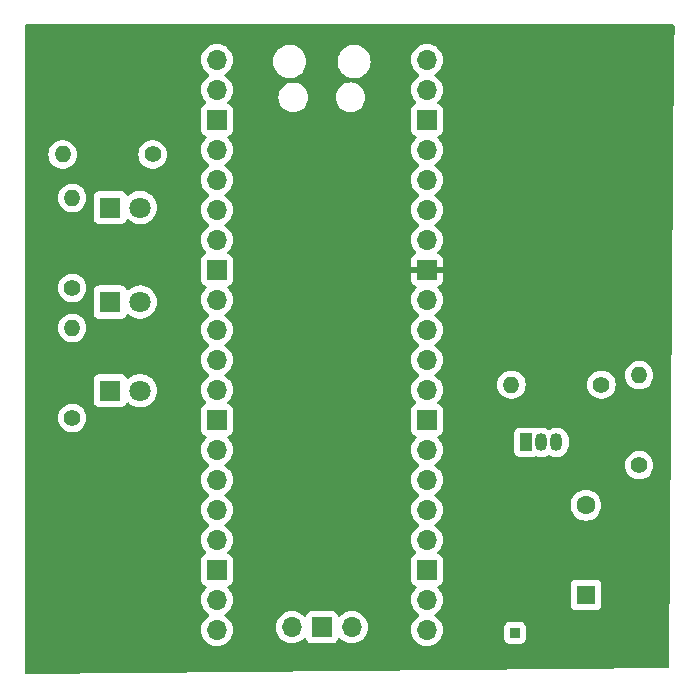
<source format=gbr>
%TF.GenerationSoftware,KiCad,Pcbnew,8.0.0*%
%TF.CreationDate,2024-04-01T00:39:20-03:00*%
%TF.ProjectId,ponderada_sem_6,706f6e64-6572-4616-9461-5f73656d5f36,rev?*%
%TF.SameCoordinates,Original*%
%TF.FileFunction,Copper,L2,Bot*%
%TF.FilePolarity,Positive*%
%FSLAX46Y46*%
G04 Gerber Fmt 4.6, Leading zero omitted, Abs format (unit mm)*
G04 Created by KiCad (PCBNEW 8.0.0) date 2024-04-01 00:39:20*
%MOMM*%
%LPD*%
G01*
G04 APERTURE LIST*
%TA.AperFunction,ComponentPad*%
%ADD10R,1.050000X1.500000*%
%TD*%
%TA.AperFunction,ComponentPad*%
%ADD11O,1.050000X1.500000*%
%TD*%
%TA.AperFunction,ComponentPad*%
%ADD12R,1.600000X1.600000*%
%TD*%
%TA.AperFunction,ComponentPad*%
%ADD13C,1.600000*%
%TD*%
%TA.AperFunction,ComponentPad*%
%ADD14O,1.700000X1.700000*%
%TD*%
%TA.AperFunction,ComponentPad*%
%ADD15R,1.700000X1.700000*%
%TD*%
%TA.AperFunction,ComponentPad*%
%ADD16R,0.850000X0.850000*%
%TD*%
%TA.AperFunction,ComponentPad*%
%ADD17R,1.800000X1.800000*%
%TD*%
%TA.AperFunction,ComponentPad*%
%ADD18C,1.800000*%
%TD*%
%TA.AperFunction,ComponentPad*%
%ADD19C,1.400000*%
%TD*%
%TA.AperFunction,ComponentPad*%
%ADD20O,1.400000X1.400000*%
%TD*%
G04 APERTURE END LIST*
D10*
%TO.P,T1,1,E*%
%TO.N,Net-(T1-E)*%
X90460000Y-78375000D03*
D11*
%TO.P,T1,2,C*%
%TO.N,Net-(BZ1--)*%
X91730000Y-78375000D03*
%TO.P,T1,3,B*%
%TO.N,Net-(T1-B)*%
X93000000Y-78375000D03*
%TD*%
D12*
%TO.P,BZ1,1,+*%
%TO.N,Net-(BZ1-+)*%
X95500000Y-91300000D03*
D13*
%TO.P,BZ1,2,-*%
%TO.N,Net-(BZ1--)*%
X95500000Y-83700000D03*
%TD*%
D14*
%TO.P,U1,1,GPIO0*%
%TO.N,unconnected-(U1-GPIO0-Pad1)*%
X64255000Y-46005000D03*
%TO.P,U1,2,GPIO1*%
%TO.N,unconnected-(U1-GPIO1-Pad2)*%
X64255000Y-48545000D03*
D15*
%TO.P,U1,3,GND*%
%TO.N,unconnected-(U1-GND-Pad3)*%
X64255000Y-51085000D03*
D14*
%TO.P,U1,4,GPIO2*%
%TO.N,unconnected-(U1-GPIO2-Pad4)*%
X64255000Y-53625000D03*
%TO.P,U1,5,GPIO3*%
%TO.N,unconnected-(U1-GPIO3-Pad5)*%
X64255000Y-56165000D03*
%TO.P,U1,6,GPIO4*%
%TO.N,Net-(D1-A)*%
X64255000Y-58705000D03*
%TO.P,U1,7,GPIO5*%
%TO.N,unconnected-(U1-GPIO5-Pad7)*%
X64255000Y-61245000D03*
D15*
%TO.P,U1,8,GND*%
%TO.N,unconnected-(U1-GND-Pad8)*%
X64255000Y-63785000D03*
D14*
%TO.P,U1,9,GPIO6*%
%TO.N,Net-(D2-A)*%
X64255000Y-66325000D03*
%TO.P,U1,10,GPIO7*%
%TO.N,unconnected-(U1-GPIO7-Pad10)*%
X64255000Y-68865000D03*
%TO.P,U1,11,GPIO8*%
%TO.N,unconnected-(U1-GPIO8-Pad11)*%
X64255000Y-71405000D03*
%TO.P,U1,12,GPIO9*%
%TO.N,Net-(D3-A)*%
X64255000Y-73945000D03*
D15*
%TO.P,U1,13,GND*%
%TO.N,unconnected-(U1-GND-Pad13)*%
X64255000Y-76485000D03*
D14*
%TO.P,U1,14,GPIO10*%
%TO.N,unconnected-(U1-GPIO10-Pad14)*%
X64255000Y-79025000D03*
%TO.P,U1,15,GPIO11*%
%TO.N,unconnected-(U1-GPIO11-Pad15)*%
X64255000Y-81565000D03*
%TO.P,U1,16,GPIO12*%
%TO.N,unconnected-(U1-GPIO12-Pad16)*%
X64255000Y-84105000D03*
%TO.P,U1,17,GPIO13*%
%TO.N,unconnected-(U1-GPIO13-Pad17)*%
X64255000Y-86645000D03*
D15*
%TO.P,U1,18,GND*%
%TO.N,unconnected-(U1-GND-Pad18)*%
X64255000Y-89185000D03*
D14*
%TO.P,U1,19,GPIO14*%
%TO.N,unconnected-(U1-GPIO14-Pad19)*%
X64255000Y-91725000D03*
%TO.P,U1,20,GPIO15*%
%TO.N,unconnected-(U1-GPIO15-Pad20)*%
X64255000Y-94265000D03*
%TO.P,U1,21,GPIO16*%
%TO.N,Net-(J1-Pin_1)*%
X82035000Y-94265000D03*
%TO.P,U1,22,GPIO17*%
%TO.N,unconnected-(U1-GPIO17-Pad22)*%
X82035000Y-91725000D03*
D15*
%TO.P,U1,23,GND*%
%TO.N,unconnected-(U1-GND-Pad23)*%
X82035000Y-89185000D03*
D14*
%TO.P,U1,24,GPIO18*%
%TO.N,unconnected-(U1-GPIO18-Pad24)*%
X82035000Y-86645000D03*
%TO.P,U1,25,GPIO19*%
%TO.N,unconnected-(U1-GPIO19-Pad25)*%
X82035000Y-84105000D03*
%TO.P,U1,26,GPIO20*%
%TO.N,unconnected-(U1-GPIO20-Pad26)*%
X82035000Y-81565000D03*
%TO.P,U1,27,GPIO21*%
%TO.N,unconnected-(U1-GPIO21-Pad27)*%
X82035000Y-79025000D03*
D15*
%TO.P,U1,28,GND*%
%TO.N,Net-(T1-E)*%
X82035000Y-76485000D03*
D14*
%TO.P,U1,29,GPIO22*%
%TO.N,Net-(U1-GPIO22)*%
X82035000Y-73945000D03*
%TO.P,U1,30,RUN*%
%TO.N,unconnected-(U1-RUN-Pad30)*%
X82035000Y-71405000D03*
%TO.P,U1,31,GPIO26_ADC0*%
%TO.N,Net-(RGB_Sensor1-SDA)*%
X82035000Y-68865000D03*
%TO.P,U1,32,GPIO27_ADC1*%
%TO.N,Net-(RGB_Sensor1-SCL)*%
X82035000Y-66325000D03*
D15*
%TO.P,U1,33,AGND*%
%TO.N,unconnected-(U1-AGND-Pad33)*%
X82035000Y-63785000D03*
D14*
%TO.P,U1,34,GPIO28_ADC2*%
%TO.N,unconnected-(U1-GPIO28_ADC2-Pad34)*%
X82035000Y-61245000D03*
%TO.P,U1,35,ADC_VREF*%
%TO.N,unconnected-(U1-ADC_VREF-Pad35)*%
X82035000Y-58705000D03*
%TO.P,U1,36,3V3*%
%TO.N,Net-(RGB_Sensor1-VDD)*%
X82035000Y-56165000D03*
%TO.P,U1,37,3V3_EN*%
%TO.N,unconnected-(U1-3V3_EN-Pad37)*%
X82035000Y-53625000D03*
D15*
%TO.P,U1,38,GND*%
%TO.N,Net-(RGB_Sensor1-GND)*%
X82035000Y-51085000D03*
D14*
%TO.P,U1,39,VSYS*%
%TO.N,unconnected-(U1-VSYS-Pad39)*%
X82035000Y-48545000D03*
%TO.P,U1,40,VBUS*%
%TO.N,unconnected-(U1-VBUS-Pad40)*%
X82035000Y-46005000D03*
%TO.P,U1,41,SWCLK*%
%TO.N,unconnected-(U1-SWCLK-Pad41)*%
X70605000Y-94035000D03*
D15*
%TO.P,U1,42,GND*%
%TO.N,unconnected-(U1-GND-Pad42)*%
X73145000Y-94035000D03*
D14*
%TO.P,U1,43,SWDIO*%
%TO.N,unconnected-(U1-SWDIO-Pad43)*%
X75685000Y-94035000D03*
%TD*%
D16*
%TO.P,J1,1,Pin_1*%
%TO.N,Net-(J1-Pin_1)*%
X89500000Y-94500000D03*
%TD*%
D17*
%TO.P,D3,1,K*%
%TO.N,Net-(D3-K)*%
X55225000Y-74000000D03*
D18*
%TO.P,D3,2,A*%
%TO.N,Net-(D3-A)*%
X57765000Y-74000000D03*
%TD*%
D17*
%TO.P,D2,1,K*%
%TO.N,Net-(D2-K)*%
X55225000Y-66500000D03*
D18*
%TO.P,D2,2,A*%
%TO.N,Net-(D2-A)*%
X57765000Y-66500000D03*
%TD*%
D17*
%TO.P,D1,1,K*%
%TO.N,Net-(D1-K)*%
X55225000Y-58500000D03*
D18*
%TO.P,D1,2,A*%
%TO.N,Net-(D1-A)*%
X57765000Y-58500000D03*
%TD*%
D19*
%TO.P,R4,1*%
%TO.N,Net-(T1-B)*%
X96810000Y-73500000D03*
D20*
%TO.P,R4,2*%
%TO.N,Net-(U1-GPIO22)*%
X89190000Y-73500000D03*
%TD*%
D19*
%TO.P,R5,1*%
%TO.N,Net-(BZ1-+)*%
X100000000Y-80310000D03*
D20*
%TO.P,R5,2*%
%TO.N,Net-(RGB_Sensor1-VDD)*%
X100000000Y-72690000D03*
%TD*%
D19*
%TO.P,R1,1*%
%TO.N,Net-(D3-K)*%
X52000000Y-76310000D03*
D20*
%TO.P,R1,2*%
%TO.N,Net-(RGB_Sensor1-VDD)*%
X52000000Y-68690000D03*
%TD*%
D19*
%TO.P,R2,1*%
%TO.N,Net-(D2-K)*%
X52000000Y-65310000D03*
D20*
%TO.P,R2,2*%
%TO.N,Net-(RGB_Sensor1-VDD)*%
X52000000Y-57690000D03*
%TD*%
D19*
%TO.P,R3,1*%
%TO.N,Net-(D1-K)*%
X58810000Y-54000000D03*
D20*
%TO.P,R3,2*%
%TO.N,Net-(RGB_Sensor1-VDD)*%
X51190000Y-54000000D03*
%TD*%
%TA.AperFunction,Conductor*%
%TO.N,unconnected-(U1-AGND-Pad33)*%
G36*
X102941896Y-43019685D02*
G01*
X102987651Y-43072489D01*
X102998851Y-43125137D01*
X102984679Y-44669938D01*
X102501116Y-97378259D01*
X102480817Y-97445115D01*
X102427596Y-97490383D01*
X102378259Y-97501116D01*
X48125138Y-97998851D01*
X48057920Y-97979782D01*
X48011683Y-97927400D01*
X48000000Y-97874856D01*
X48000000Y-94265000D01*
X62899341Y-94265000D01*
X62919936Y-94500403D01*
X62919938Y-94500413D01*
X62981094Y-94728655D01*
X62981096Y-94728659D01*
X62981097Y-94728663D01*
X63076322Y-94932873D01*
X63080965Y-94942830D01*
X63080967Y-94942834D01*
X63172456Y-95073493D01*
X63216505Y-95136401D01*
X63383599Y-95303495D01*
X63419733Y-95328796D01*
X63577165Y-95439032D01*
X63577167Y-95439033D01*
X63577170Y-95439035D01*
X63791337Y-95538903D01*
X64019592Y-95600063D01*
X64207918Y-95616539D01*
X64254999Y-95620659D01*
X64255000Y-95620659D01*
X64255001Y-95620659D01*
X64294234Y-95617226D01*
X64490408Y-95600063D01*
X64718663Y-95538903D01*
X64932830Y-95439035D01*
X65126401Y-95303495D01*
X65293495Y-95136401D01*
X65429035Y-94942830D01*
X65528903Y-94728663D01*
X65590063Y-94500408D01*
X65610659Y-94265000D01*
X65590536Y-94035000D01*
X69249341Y-94035000D01*
X69269936Y-94270403D01*
X69269938Y-94270413D01*
X69331094Y-94498655D01*
X69331096Y-94498659D01*
X69331097Y-94498663D01*
X69415499Y-94679663D01*
X69430965Y-94712830D01*
X69430967Y-94712834D01*
X69539281Y-94867521D01*
X69566505Y-94906401D01*
X69733599Y-95073495D01*
X69823429Y-95136395D01*
X69927165Y-95209032D01*
X69927167Y-95209033D01*
X69927170Y-95209035D01*
X70141337Y-95308903D01*
X70369592Y-95370063D01*
X70546034Y-95385500D01*
X70604999Y-95390659D01*
X70605000Y-95390659D01*
X70605001Y-95390659D01*
X70663966Y-95385500D01*
X70840408Y-95370063D01*
X71068663Y-95308903D01*
X71282830Y-95209035D01*
X71476401Y-95073495D01*
X71598329Y-94951566D01*
X71659648Y-94918084D01*
X71729340Y-94923068D01*
X71785274Y-94964939D01*
X71802189Y-94995917D01*
X71851202Y-95127328D01*
X71851206Y-95127335D01*
X71937452Y-95242544D01*
X71937455Y-95242547D01*
X72052664Y-95328793D01*
X72052671Y-95328797D01*
X72187517Y-95379091D01*
X72187516Y-95379091D01*
X72194444Y-95379835D01*
X72247127Y-95385500D01*
X74042872Y-95385499D01*
X74102483Y-95379091D01*
X74237331Y-95328796D01*
X74352546Y-95242546D01*
X74438796Y-95127331D01*
X74487810Y-94995916D01*
X74529681Y-94939984D01*
X74595145Y-94915566D01*
X74663418Y-94930417D01*
X74691673Y-94951569D01*
X74813599Y-95073495D01*
X74903429Y-95136395D01*
X75007165Y-95209032D01*
X75007167Y-95209033D01*
X75007170Y-95209035D01*
X75221337Y-95308903D01*
X75449592Y-95370063D01*
X75626034Y-95385500D01*
X75684999Y-95390659D01*
X75685000Y-95390659D01*
X75685001Y-95390659D01*
X75743966Y-95385500D01*
X75920408Y-95370063D01*
X76148663Y-95308903D01*
X76362830Y-95209035D01*
X76556401Y-95073495D01*
X76723495Y-94906401D01*
X76859035Y-94712830D01*
X76958903Y-94498663D01*
X77020063Y-94270408D01*
X77020536Y-94265000D01*
X80679341Y-94265000D01*
X80699936Y-94500403D01*
X80699938Y-94500413D01*
X80761094Y-94728655D01*
X80761096Y-94728659D01*
X80761097Y-94728663D01*
X80856322Y-94932873D01*
X80860965Y-94942830D01*
X80860967Y-94942834D01*
X80952456Y-95073493D01*
X80996505Y-95136401D01*
X81163599Y-95303495D01*
X81199733Y-95328796D01*
X81357165Y-95439032D01*
X81357167Y-95439033D01*
X81357170Y-95439035D01*
X81571337Y-95538903D01*
X81799592Y-95600063D01*
X81987918Y-95616539D01*
X82034999Y-95620659D01*
X82035000Y-95620659D01*
X82035001Y-95620659D01*
X82074234Y-95617226D01*
X82270408Y-95600063D01*
X82498663Y-95538903D01*
X82712830Y-95439035D01*
X82906401Y-95303495D01*
X83073495Y-95136401D01*
X83188001Y-94972870D01*
X88574500Y-94972870D01*
X88574501Y-94972876D01*
X88580908Y-95032483D01*
X88631202Y-95167328D01*
X88631206Y-95167335D01*
X88717452Y-95282544D01*
X88717455Y-95282547D01*
X88832664Y-95368793D01*
X88832671Y-95368797D01*
X88967517Y-95419091D01*
X88967516Y-95419091D01*
X88974444Y-95419835D01*
X89027127Y-95425500D01*
X89972872Y-95425499D01*
X90032483Y-95419091D01*
X90167331Y-95368796D01*
X90282546Y-95282546D01*
X90368796Y-95167331D01*
X90419091Y-95032483D01*
X90425500Y-94972873D01*
X90425499Y-94027128D01*
X90419091Y-93967517D01*
X90368796Y-93832669D01*
X90368795Y-93832668D01*
X90368793Y-93832664D01*
X90282547Y-93717455D01*
X90282544Y-93717452D01*
X90167335Y-93631206D01*
X90167328Y-93631202D01*
X90032482Y-93580908D01*
X90032483Y-93580908D01*
X89972883Y-93574501D01*
X89972881Y-93574500D01*
X89972873Y-93574500D01*
X89972864Y-93574500D01*
X89027129Y-93574500D01*
X89027123Y-93574501D01*
X88967516Y-93580908D01*
X88832671Y-93631202D01*
X88832664Y-93631206D01*
X88717455Y-93717452D01*
X88717452Y-93717455D01*
X88631206Y-93832664D01*
X88631202Y-93832671D01*
X88580908Y-93967517D01*
X88574501Y-94027116D01*
X88574501Y-94027123D01*
X88574500Y-94027135D01*
X88574500Y-94972870D01*
X83188001Y-94972870D01*
X83209035Y-94942830D01*
X83308903Y-94728663D01*
X83370063Y-94500408D01*
X83390659Y-94265000D01*
X83370063Y-94029592D01*
X83308903Y-93801337D01*
X83209035Y-93587171D01*
X83204651Y-93580909D01*
X83073494Y-93393597D01*
X82906402Y-93226506D01*
X82906396Y-93226501D01*
X82720842Y-93096575D01*
X82677217Y-93041998D01*
X82670023Y-92972500D01*
X82701546Y-92910145D01*
X82720842Y-92893425D01*
X82767197Y-92860967D01*
X82906401Y-92763495D01*
X83073495Y-92596401D01*
X83209035Y-92402830D01*
X83308903Y-92188663D01*
X83319833Y-92147870D01*
X94199500Y-92147870D01*
X94199501Y-92147876D01*
X94205908Y-92207483D01*
X94256202Y-92342328D01*
X94256206Y-92342335D01*
X94342452Y-92457544D01*
X94342455Y-92457547D01*
X94457664Y-92543793D01*
X94457671Y-92543797D01*
X94592517Y-92594091D01*
X94592516Y-92594091D01*
X94599444Y-92594835D01*
X94652127Y-92600500D01*
X96347872Y-92600499D01*
X96407483Y-92594091D01*
X96542331Y-92543796D01*
X96657546Y-92457546D01*
X96743796Y-92342331D01*
X96794091Y-92207483D01*
X96800500Y-92147873D01*
X96800499Y-90452128D01*
X96794091Y-90392517D01*
X96751129Y-90277331D01*
X96743797Y-90257671D01*
X96743793Y-90257664D01*
X96657547Y-90142455D01*
X96657544Y-90142452D01*
X96542335Y-90056206D01*
X96542328Y-90056202D01*
X96407482Y-90005908D01*
X96407483Y-90005908D01*
X96347883Y-89999501D01*
X96347881Y-89999500D01*
X96347873Y-89999500D01*
X96347864Y-89999500D01*
X94652129Y-89999500D01*
X94652123Y-89999501D01*
X94592516Y-90005908D01*
X94457671Y-90056202D01*
X94457664Y-90056206D01*
X94342455Y-90142452D01*
X94342452Y-90142455D01*
X94256206Y-90257664D01*
X94256202Y-90257671D01*
X94205908Y-90392517D01*
X94199501Y-90452116D01*
X94199501Y-90452123D01*
X94199500Y-90452135D01*
X94199500Y-92147870D01*
X83319833Y-92147870D01*
X83370063Y-91960408D01*
X83390659Y-91725000D01*
X83370063Y-91489592D01*
X83308903Y-91261337D01*
X83209035Y-91047171D01*
X83073495Y-90853599D01*
X82951567Y-90731671D01*
X82918084Y-90670351D01*
X82923068Y-90600659D01*
X82964939Y-90544725D01*
X82995915Y-90527810D01*
X83127331Y-90478796D01*
X83242546Y-90392546D01*
X83328796Y-90277331D01*
X83379091Y-90142483D01*
X83385500Y-90082873D01*
X83385499Y-88287128D01*
X83379091Y-88227517D01*
X83328796Y-88092669D01*
X83328795Y-88092668D01*
X83328793Y-88092664D01*
X83242547Y-87977455D01*
X83242544Y-87977452D01*
X83127335Y-87891206D01*
X83127328Y-87891202D01*
X82995917Y-87842189D01*
X82939983Y-87800318D01*
X82915566Y-87734853D01*
X82930418Y-87666580D01*
X82951563Y-87638332D01*
X83073495Y-87516401D01*
X83209035Y-87322830D01*
X83308903Y-87108663D01*
X83370063Y-86880408D01*
X83390659Y-86645000D01*
X83370063Y-86409592D01*
X83308903Y-86181337D01*
X83209035Y-85967171D01*
X83073495Y-85773599D01*
X83073494Y-85773597D01*
X82906402Y-85606506D01*
X82906396Y-85606501D01*
X82720842Y-85476575D01*
X82677217Y-85421998D01*
X82670023Y-85352500D01*
X82701546Y-85290145D01*
X82720842Y-85273425D01*
X82743026Y-85257891D01*
X82906401Y-85143495D01*
X83073495Y-84976401D01*
X83209035Y-84782830D01*
X83308903Y-84568663D01*
X83370063Y-84340408D01*
X83390659Y-84105000D01*
X83370063Y-83869592D01*
X83324622Y-83700001D01*
X94194532Y-83700001D01*
X94214364Y-83926686D01*
X94214366Y-83926697D01*
X94273258Y-84146488D01*
X94273261Y-84146497D01*
X94369431Y-84352732D01*
X94369432Y-84352734D01*
X94499954Y-84539141D01*
X94660858Y-84700045D01*
X94660861Y-84700047D01*
X94847266Y-84830568D01*
X95053504Y-84926739D01*
X95273308Y-84985635D01*
X95435230Y-84999801D01*
X95499998Y-85005468D01*
X95500000Y-85005468D01*
X95500002Y-85005468D01*
X95556673Y-85000509D01*
X95726692Y-84985635D01*
X95946496Y-84926739D01*
X96152734Y-84830568D01*
X96339139Y-84700047D01*
X96500047Y-84539139D01*
X96630568Y-84352734D01*
X96726739Y-84146496D01*
X96785635Y-83926692D01*
X96805468Y-83700000D01*
X96785635Y-83473308D01*
X96726739Y-83253504D01*
X96630568Y-83047266D01*
X96500047Y-82860861D01*
X96500045Y-82860858D01*
X96339141Y-82699954D01*
X96152734Y-82569432D01*
X96152732Y-82569431D01*
X95946497Y-82473261D01*
X95946488Y-82473258D01*
X95726697Y-82414366D01*
X95726693Y-82414365D01*
X95726692Y-82414365D01*
X95726691Y-82414364D01*
X95726686Y-82414364D01*
X95500002Y-82394532D01*
X95499998Y-82394532D01*
X95273313Y-82414364D01*
X95273302Y-82414366D01*
X95053511Y-82473258D01*
X95053502Y-82473261D01*
X94847267Y-82569431D01*
X94847265Y-82569432D01*
X94660858Y-82699954D01*
X94499954Y-82860858D01*
X94369432Y-83047265D01*
X94369431Y-83047267D01*
X94273261Y-83253502D01*
X94273258Y-83253511D01*
X94214366Y-83473302D01*
X94214364Y-83473313D01*
X94194532Y-83699998D01*
X94194532Y-83700001D01*
X83324622Y-83700001D01*
X83308903Y-83641337D01*
X83209035Y-83427171D01*
X83087438Y-83253511D01*
X83073494Y-83233597D01*
X82906402Y-83066506D01*
X82906396Y-83066501D01*
X82720842Y-82936575D01*
X82677217Y-82881998D01*
X82670023Y-82812500D01*
X82701546Y-82750145D01*
X82720842Y-82733425D01*
X82768645Y-82699953D01*
X82906401Y-82603495D01*
X83073495Y-82436401D01*
X83209035Y-82242830D01*
X83308903Y-82028663D01*
X83370063Y-81800408D01*
X83390659Y-81565000D01*
X83370063Y-81329592D01*
X83308903Y-81101337D01*
X83209035Y-80887171D01*
X83109853Y-80745523D01*
X83073494Y-80693597D01*
X82906402Y-80526506D01*
X82906396Y-80526501D01*
X82720842Y-80396575D01*
X82677217Y-80341998D01*
X82673905Y-80310000D01*
X98794357Y-80310000D01*
X98814884Y-80531535D01*
X98814885Y-80531537D01*
X98875769Y-80745523D01*
X98875775Y-80745538D01*
X98974938Y-80944683D01*
X98974943Y-80944691D01*
X99109020Y-81122238D01*
X99273437Y-81272123D01*
X99273439Y-81272125D01*
X99462595Y-81389245D01*
X99462596Y-81389245D01*
X99462599Y-81389247D01*
X99670060Y-81469618D01*
X99888757Y-81510500D01*
X99888759Y-81510500D01*
X100111241Y-81510500D01*
X100111243Y-81510500D01*
X100329940Y-81469618D01*
X100537401Y-81389247D01*
X100726562Y-81272124D01*
X100890981Y-81122236D01*
X101025058Y-80944689D01*
X101124229Y-80745528D01*
X101185115Y-80531536D01*
X101205643Y-80310000D01*
X101185115Y-80088464D01*
X101124229Y-79874472D01*
X101038761Y-79702830D01*
X101025061Y-79675316D01*
X101025056Y-79675308D01*
X100890979Y-79497761D01*
X100726562Y-79347876D01*
X100726560Y-79347874D01*
X100537404Y-79230754D01*
X100537398Y-79230752D01*
X100329940Y-79150382D01*
X100111243Y-79109500D01*
X99888757Y-79109500D01*
X99670060Y-79150382D01*
X99538864Y-79201207D01*
X99462601Y-79230752D01*
X99462595Y-79230754D01*
X99273439Y-79347874D01*
X99273437Y-79347876D01*
X99109020Y-79497761D01*
X98974943Y-79675308D01*
X98974938Y-79675316D01*
X98875775Y-79874461D01*
X98875769Y-79874476D01*
X98814885Y-80088462D01*
X98814884Y-80088464D01*
X98794357Y-80309999D01*
X98794357Y-80310000D01*
X82673905Y-80310000D01*
X82670023Y-80272500D01*
X82701546Y-80210145D01*
X82720842Y-80193425D01*
X82743026Y-80177891D01*
X82906401Y-80063495D01*
X83073495Y-79896401D01*
X83209035Y-79702830D01*
X83308903Y-79488663D01*
X83370063Y-79260408D01*
X83377722Y-79172870D01*
X89434500Y-79172870D01*
X89434501Y-79172876D01*
X89440908Y-79232483D01*
X89491202Y-79367328D01*
X89491206Y-79367335D01*
X89577452Y-79482544D01*
X89577455Y-79482547D01*
X89692664Y-79568793D01*
X89692671Y-79568797D01*
X89827517Y-79619091D01*
X89827516Y-79619091D01*
X89834444Y-79619835D01*
X89887127Y-79625500D01*
X91032872Y-79625499D01*
X91092483Y-79619091D01*
X91227331Y-79568796D01*
X91228430Y-79567972D01*
X91229717Y-79567492D01*
X91235112Y-79564547D01*
X91235535Y-79565322D01*
X91293887Y-79543552D01*
X91350198Y-79552673D01*
X91430873Y-79586091D01*
X91596777Y-79619091D01*
X91628992Y-79625499D01*
X91628996Y-79625500D01*
X91628997Y-79625500D01*
X91831004Y-79625500D01*
X91831005Y-79625499D01*
X92029127Y-79586091D01*
X92215756Y-79508786D01*
X92296110Y-79455094D01*
X92362786Y-79434217D01*
X92430166Y-79452701D01*
X92433865Y-79455078D01*
X92514244Y-79508786D01*
X92700873Y-79586091D01*
X92866777Y-79619091D01*
X92898992Y-79625499D01*
X92898996Y-79625500D01*
X92898997Y-79625500D01*
X93101004Y-79625500D01*
X93101005Y-79625499D01*
X93299127Y-79586091D01*
X93485756Y-79508786D01*
X93653718Y-79396558D01*
X93796558Y-79253718D01*
X93908786Y-79085756D01*
X93986091Y-78899127D01*
X94025500Y-78701003D01*
X94025500Y-78048997D01*
X93986091Y-77850873D01*
X93908786Y-77664244D01*
X93908784Y-77664241D01*
X93908782Y-77664237D01*
X93796558Y-77496281D01*
X93653718Y-77353441D01*
X93485762Y-77241217D01*
X93485752Y-77241212D01*
X93299127Y-77163909D01*
X93299119Y-77163907D01*
X93101007Y-77124500D01*
X93101003Y-77124500D01*
X92898997Y-77124500D01*
X92898992Y-77124500D01*
X92700880Y-77163907D01*
X92700872Y-77163909D01*
X92514244Y-77241213D01*
X92433891Y-77294904D01*
X92367213Y-77315782D01*
X92299833Y-77297297D01*
X92296109Y-77294904D01*
X92215755Y-77241213D01*
X92029127Y-77163909D01*
X92029119Y-77163907D01*
X91831007Y-77124500D01*
X91831003Y-77124500D01*
X91628997Y-77124500D01*
X91628992Y-77124500D01*
X91430880Y-77163907D01*
X91430868Y-77163910D01*
X91350198Y-77197325D01*
X91280729Y-77204794D01*
X91235342Y-77185036D01*
X91235114Y-77185454D01*
X91230447Y-77182905D01*
X91228432Y-77182028D01*
X91227331Y-77181204D01*
X91227330Y-77181203D01*
X91227328Y-77181202D01*
X91092482Y-77130908D01*
X91092483Y-77130908D01*
X91032883Y-77124501D01*
X91032881Y-77124500D01*
X91032873Y-77124500D01*
X91032864Y-77124500D01*
X89887129Y-77124500D01*
X89887123Y-77124501D01*
X89827516Y-77130908D01*
X89692671Y-77181202D01*
X89692664Y-77181206D01*
X89577455Y-77267452D01*
X89577452Y-77267455D01*
X89491206Y-77382664D01*
X89491202Y-77382671D01*
X89440908Y-77517517D01*
X89434501Y-77577116D01*
X89434500Y-77577135D01*
X89434500Y-79172870D01*
X83377722Y-79172870D01*
X83390659Y-79025000D01*
X83370063Y-78789592D01*
X83308903Y-78561337D01*
X83209035Y-78347171D01*
X83073495Y-78153599D01*
X82951567Y-78031671D01*
X82918084Y-77970351D01*
X82923068Y-77900659D01*
X82964939Y-77844725D01*
X82995915Y-77827810D01*
X83127331Y-77778796D01*
X83242546Y-77692546D01*
X83328796Y-77577331D01*
X83379091Y-77442483D01*
X83385500Y-77382873D01*
X83385499Y-75587128D01*
X83379091Y-75527517D01*
X83331716Y-75400499D01*
X83328797Y-75392671D01*
X83328793Y-75392664D01*
X83242547Y-75277455D01*
X83242544Y-75277452D01*
X83127335Y-75191206D01*
X83127328Y-75191202D01*
X82995917Y-75142189D01*
X82939983Y-75100318D01*
X82915566Y-75034853D01*
X82930418Y-74966580D01*
X82951563Y-74938332D01*
X83073495Y-74816401D01*
X83209035Y-74622830D01*
X83308903Y-74408663D01*
X83370063Y-74180408D01*
X83390659Y-73945000D01*
X83370063Y-73709592D01*
X83313904Y-73500000D01*
X87984357Y-73500000D01*
X88004884Y-73721535D01*
X88004885Y-73721537D01*
X88065769Y-73935523D01*
X88065775Y-73935538D01*
X88164938Y-74134683D01*
X88164943Y-74134691D01*
X88299020Y-74312238D01*
X88463437Y-74462123D01*
X88463439Y-74462125D01*
X88652595Y-74579245D01*
X88652596Y-74579245D01*
X88652599Y-74579247D01*
X88860060Y-74659618D01*
X89078757Y-74700500D01*
X89078759Y-74700500D01*
X89301241Y-74700500D01*
X89301243Y-74700500D01*
X89519940Y-74659618D01*
X89727401Y-74579247D01*
X89916562Y-74462124D01*
X90080981Y-74312236D01*
X90215058Y-74134689D01*
X90314229Y-73935528D01*
X90375115Y-73721536D01*
X90395643Y-73500000D01*
X95604357Y-73500000D01*
X95624884Y-73721535D01*
X95624885Y-73721537D01*
X95685769Y-73935523D01*
X95685775Y-73935538D01*
X95784938Y-74134683D01*
X95784943Y-74134691D01*
X95919020Y-74312238D01*
X96083437Y-74462123D01*
X96083439Y-74462125D01*
X96272595Y-74579245D01*
X96272596Y-74579245D01*
X96272599Y-74579247D01*
X96480060Y-74659618D01*
X96698757Y-74700500D01*
X96698759Y-74700500D01*
X96921241Y-74700500D01*
X96921243Y-74700500D01*
X97139940Y-74659618D01*
X97347401Y-74579247D01*
X97536562Y-74462124D01*
X97700981Y-74312236D01*
X97835058Y-74134689D01*
X97934229Y-73935528D01*
X97995115Y-73721536D01*
X98015643Y-73500000D01*
X98013913Y-73481335D01*
X97995115Y-73278464D01*
X97995114Y-73278462D01*
X97991901Y-73267171D01*
X97934229Y-73064472D01*
X97928086Y-73052135D01*
X97835061Y-72865316D01*
X97835056Y-72865308D01*
X97702670Y-72690000D01*
X98794357Y-72690000D01*
X98814884Y-72911535D01*
X98814885Y-72911537D01*
X98875769Y-73125523D01*
X98875775Y-73125538D01*
X98974938Y-73324683D01*
X98974943Y-73324691D01*
X99109020Y-73502238D01*
X99273437Y-73652123D01*
X99273439Y-73652125D01*
X99462595Y-73769245D01*
X99462596Y-73769245D01*
X99462599Y-73769247D01*
X99670060Y-73849618D01*
X99888757Y-73890500D01*
X99888759Y-73890500D01*
X100111241Y-73890500D01*
X100111243Y-73890500D01*
X100329940Y-73849618D01*
X100537401Y-73769247D01*
X100726562Y-73652124D01*
X100890981Y-73502236D01*
X101025058Y-73324689D01*
X101124229Y-73125528D01*
X101185115Y-72911536D01*
X101205643Y-72690000D01*
X101185115Y-72468464D01*
X101124229Y-72254472D01*
X101038761Y-72082830D01*
X101025061Y-72055316D01*
X101025056Y-72055308D01*
X100890979Y-71877761D01*
X100726562Y-71727876D01*
X100726560Y-71727874D01*
X100537404Y-71610754D01*
X100537398Y-71610752D01*
X100329940Y-71530382D01*
X100111243Y-71489500D01*
X99888757Y-71489500D01*
X99670060Y-71530382D01*
X99538864Y-71581207D01*
X99462601Y-71610752D01*
X99462595Y-71610754D01*
X99273439Y-71727874D01*
X99273437Y-71727876D01*
X99109020Y-71877761D01*
X98974943Y-72055308D01*
X98974938Y-72055316D01*
X98875775Y-72254461D01*
X98875769Y-72254476D01*
X98814885Y-72468462D01*
X98814884Y-72468464D01*
X98794357Y-72689999D01*
X98794357Y-72690000D01*
X97702670Y-72690000D01*
X97700979Y-72687761D01*
X97536562Y-72537876D01*
X97536560Y-72537874D01*
X97347404Y-72420754D01*
X97347398Y-72420752D01*
X97139940Y-72340382D01*
X96921243Y-72299500D01*
X96698757Y-72299500D01*
X96480060Y-72340382D01*
X96348864Y-72391207D01*
X96272601Y-72420752D01*
X96272595Y-72420754D01*
X96083439Y-72537874D01*
X96083437Y-72537876D01*
X95919020Y-72687761D01*
X95784943Y-72865308D01*
X95784938Y-72865316D01*
X95685775Y-73064461D01*
X95685769Y-73064476D01*
X95624885Y-73278462D01*
X95624884Y-73278464D01*
X95604357Y-73499999D01*
X95604357Y-73500000D01*
X90395643Y-73500000D01*
X90393913Y-73481335D01*
X90375115Y-73278464D01*
X90375114Y-73278462D01*
X90371901Y-73267171D01*
X90314229Y-73064472D01*
X90308086Y-73052135D01*
X90215061Y-72865316D01*
X90215056Y-72865308D01*
X90080979Y-72687761D01*
X89916562Y-72537876D01*
X89916560Y-72537874D01*
X89727404Y-72420754D01*
X89727398Y-72420752D01*
X89519940Y-72340382D01*
X89301243Y-72299500D01*
X89078757Y-72299500D01*
X88860060Y-72340382D01*
X88728864Y-72391207D01*
X88652601Y-72420752D01*
X88652595Y-72420754D01*
X88463439Y-72537874D01*
X88463437Y-72537876D01*
X88299020Y-72687761D01*
X88164943Y-72865308D01*
X88164938Y-72865316D01*
X88065775Y-73064461D01*
X88065769Y-73064476D01*
X88004885Y-73278462D01*
X88004884Y-73278464D01*
X87984357Y-73499999D01*
X87984357Y-73500000D01*
X83313904Y-73500000D01*
X83308903Y-73481337D01*
X83209035Y-73267171D01*
X83109853Y-73125523D01*
X83073494Y-73073597D01*
X82906402Y-72906506D01*
X82906396Y-72906501D01*
X82720842Y-72776575D01*
X82677217Y-72721998D01*
X82670023Y-72652500D01*
X82701546Y-72590145D01*
X82720842Y-72573425D01*
X82771614Y-72537874D01*
X82906401Y-72443495D01*
X83073495Y-72276401D01*
X83209035Y-72082830D01*
X83308903Y-71868663D01*
X83370063Y-71640408D01*
X83390659Y-71405000D01*
X83370063Y-71169592D01*
X83308903Y-70941337D01*
X83209035Y-70727171D01*
X83073495Y-70533599D01*
X83073494Y-70533597D01*
X82906402Y-70366506D01*
X82906396Y-70366501D01*
X82720842Y-70236575D01*
X82677217Y-70181998D01*
X82670023Y-70112500D01*
X82701546Y-70050145D01*
X82720842Y-70033425D01*
X82743026Y-70017891D01*
X82906401Y-69903495D01*
X83073495Y-69736401D01*
X83209035Y-69542830D01*
X83308903Y-69328663D01*
X83370063Y-69100408D01*
X83390659Y-68865000D01*
X83370063Y-68629592D01*
X83308903Y-68401337D01*
X83209035Y-68187171D01*
X83073495Y-67993599D01*
X83073494Y-67993597D01*
X82906402Y-67826506D01*
X82906396Y-67826501D01*
X82720842Y-67696575D01*
X82677217Y-67641998D01*
X82670023Y-67572500D01*
X82701546Y-67510145D01*
X82720842Y-67493425D01*
X82743026Y-67477891D01*
X82906401Y-67363495D01*
X83073495Y-67196401D01*
X83209035Y-67002830D01*
X83308903Y-66788663D01*
X83370063Y-66560408D01*
X83390659Y-66325000D01*
X83370063Y-66089592D01*
X83308903Y-65861337D01*
X83209035Y-65647171D01*
X83142490Y-65552135D01*
X83073496Y-65453600D01*
X83054403Y-65434507D01*
X82951179Y-65331283D01*
X82917696Y-65269963D01*
X82922680Y-65200271D01*
X82964551Y-65144337D01*
X82995529Y-65127422D01*
X83127086Y-65078354D01*
X83127093Y-65078350D01*
X83242187Y-64992190D01*
X83242190Y-64992187D01*
X83328350Y-64877093D01*
X83328354Y-64877086D01*
X83378596Y-64742379D01*
X83378598Y-64742372D01*
X83384999Y-64682844D01*
X83385000Y-64682827D01*
X83385000Y-64035000D01*
X82479560Y-64035000D01*
X82510245Y-63981853D01*
X82545000Y-63852143D01*
X82545000Y-63717857D01*
X82510245Y-63588147D01*
X82479560Y-63535000D01*
X83385000Y-63535000D01*
X83385000Y-62887172D01*
X83384999Y-62887155D01*
X83378598Y-62827627D01*
X83378596Y-62827620D01*
X83328354Y-62692913D01*
X83328350Y-62692906D01*
X83242190Y-62577812D01*
X83242187Y-62577809D01*
X83127093Y-62491649D01*
X83127088Y-62491646D01*
X82995528Y-62442577D01*
X82939595Y-62400705D01*
X82915178Y-62335241D01*
X82930030Y-62266968D01*
X82951175Y-62238720D01*
X83073495Y-62116401D01*
X83209035Y-61922830D01*
X83308903Y-61708663D01*
X83370063Y-61480408D01*
X83390659Y-61245000D01*
X83370063Y-61009592D01*
X83308903Y-60781337D01*
X83209035Y-60567171D01*
X83073495Y-60373599D01*
X83073494Y-60373597D01*
X82906402Y-60206506D01*
X82906396Y-60206501D01*
X82720842Y-60076575D01*
X82677217Y-60021998D01*
X82670023Y-59952500D01*
X82701546Y-59890145D01*
X82720842Y-59873425D01*
X82844358Y-59786938D01*
X82906401Y-59743495D01*
X83073495Y-59576401D01*
X83209035Y-59382830D01*
X83308903Y-59168663D01*
X83370063Y-58940408D01*
X83390659Y-58705000D01*
X83370063Y-58469592D01*
X83316235Y-58268702D01*
X83308905Y-58241344D01*
X83308904Y-58241343D01*
X83308903Y-58241337D01*
X83209035Y-58027171D01*
X83128067Y-57911535D01*
X83073494Y-57833597D01*
X82906402Y-57666506D01*
X82906396Y-57666501D01*
X82720842Y-57536575D01*
X82677217Y-57481998D01*
X82670023Y-57412500D01*
X82701546Y-57350145D01*
X82720842Y-57333425D01*
X82743026Y-57317891D01*
X82906401Y-57203495D01*
X83073495Y-57036401D01*
X83209035Y-56842830D01*
X83308903Y-56628663D01*
X83370063Y-56400408D01*
X83390659Y-56165000D01*
X83370063Y-55929592D01*
X83308903Y-55701337D01*
X83209035Y-55487171D01*
X83073495Y-55293599D01*
X83073494Y-55293597D01*
X82906402Y-55126506D01*
X82906396Y-55126501D01*
X82720842Y-54996575D01*
X82677217Y-54941998D01*
X82670023Y-54872500D01*
X82701546Y-54810145D01*
X82720842Y-54793425D01*
X82743026Y-54777891D01*
X82906401Y-54663495D01*
X83073495Y-54496401D01*
X83209035Y-54302830D01*
X83308903Y-54088663D01*
X83370063Y-53860408D01*
X83390659Y-53625000D01*
X83370063Y-53389592D01*
X83308903Y-53161337D01*
X83209035Y-52947171D01*
X83190536Y-52920752D01*
X83073496Y-52753600D01*
X83073495Y-52753599D01*
X82951567Y-52631671D01*
X82918084Y-52570351D01*
X82923068Y-52500659D01*
X82964939Y-52444725D01*
X82995915Y-52427810D01*
X83127331Y-52378796D01*
X83242546Y-52292546D01*
X83328796Y-52177331D01*
X83379091Y-52042483D01*
X83385500Y-51982873D01*
X83385499Y-50187128D01*
X83379091Y-50127517D01*
X83378748Y-50126598D01*
X83328797Y-49992671D01*
X83328793Y-49992664D01*
X83242547Y-49877455D01*
X83242544Y-49877452D01*
X83127335Y-49791206D01*
X83127328Y-49791202D01*
X82995917Y-49742189D01*
X82939983Y-49700318D01*
X82915566Y-49634853D01*
X82930418Y-49566580D01*
X82951563Y-49538332D01*
X83073495Y-49416401D01*
X83209035Y-49222830D01*
X83308903Y-49008663D01*
X83370063Y-48780408D01*
X83390659Y-48545000D01*
X83370063Y-48309592D01*
X83308903Y-48081337D01*
X83209035Y-47867171D01*
X83073495Y-47673599D01*
X83073494Y-47673597D01*
X82906402Y-47506506D01*
X82906396Y-47506501D01*
X82720842Y-47376575D01*
X82677217Y-47321998D01*
X82670023Y-47252500D01*
X82701546Y-47190145D01*
X82720842Y-47173425D01*
X82743026Y-47157891D01*
X82906401Y-47043495D01*
X83073495Y-46876401D01*
X83209035Y-46682830D01*
X83308903Y-46468663D01*
X83370063Y-46240408D01*
X83390659Y-46005000D01*
X83370063Y-45769592D01*
X83308903Y-45541337D01*
X83209035Y-45327171D01*
X83170301Y-45271852D01*
X83073494Y-45133597D01*
X82906402Y-44966506D01*
X82906395Y-44966501D01*
X82895018Y-44958535D01*
X82867521Y-44939281D01*
X82712834Y-44830967D01*
X82712830Y-44830965D01*
X82712828Y-44830964D01*
X82498663Y-44731097D01*
X82498659Y-44731096D01*
X82498655Y-44731094D01*
X82270413Y-44669938D01*
X82270403Y-44669936D01*
X82035001Y-44649341D01*
X82034999Y-44649341D01*
X81799596Y-44669936D01*
X81799586Y-44669938D01*
X81571344Y-44731094D01*
X81571335Y-44731098D01*
X81357171Y-44830964D01*
X81357169Y-44830965D01*
X81163597Y-44966505D01*
X80996505Y-45133597D01*
X80860965Y-45327169D01*
X80860964Y-45327171D01*
X80761098Y-45541335D01*
X80761094Y-45541344D01*
X80699938Y-45769586D01*
X80699936Y-45769596D01*
X80679341Y-46004999D01*
X80679341Y-46005000D01*
X80699936Y-46240403D01*
X80699938Y-46240413D01*
X80761094Y-46468655D01*
X80761096Y-46468659D01*
X80761097Y-46468663D01*
X80818284Y-46591300D01*
X80860965Y-46682830D01*
X80860967Y-46682834D01*
X80996501Y-46876395D01*
X80996506Y-46876402D01*
X81163597Y-47043493D01*
X81163603Y-47043498D01*
X81349158Y-47173425D01*
X81392783Y-47228002D01*
X81399977Y-47297500D01*
X81368454Y-47359855D01*
X81349158Y-47376575D01*
X81163597Y-47506505D01*
X80996505Y-47673597D01*
X80860965Y-47867169D01*
X80860964Y-47867171D01*
X80761098Y-48081335D01*
X80761094Y-48081344D01*
X80699938Y-48309586D01*
X80699936Y-48309596D01*
X80679341Y-48544999D01*
X80679341Y-48545000D01*
X80699936Y-48780403D01*
X80699938Y-48780413D01*
X80761094Y-49008655D01*
X80761096Y-49008659D01*
X80761097Y-49008663D01*
X80833997Y-49164997D01*
X80860965Y-49222830D01*
X80860967Y-49222834D01*
X80969281Y-49377521D01*
X80996501Y-49416396D01*
X80996506Y-49416402D01*
X81118430Y-49538326D01*
X81151915Y-49599649D01*
X81146931Y-49669341D01*
X81105059Y-49725274D01*
X81074083Y-49742189D01*
X80942669Y-49791203D01*
X80942664Y-49791206D01*
X80827455Y-49877452D01*
X80827452Y-49877455D01*
X80741206Y-49992664D01*
X80741202Y-49992671D01*
X80690908Y-50127517D01*
X80684501Y-50187116D01*
X80684501Y-50187123D01*
X80684500Y-50187135D01*
X80684500Y-51982870D01*
X80684501Y-51982876D01*
X80690908Y-52042483D01*
X80741202Y-52177328D01*
X80741206Y-52177335D01*
X80827452Y-52292544D01*
X80827455Y-52292547D01*
X80942664Y-52378793D01*
X80942671Y-52378797D01*
X81074081Y-52427810D01*
X81130015Y-52469681D01*
X81154432Y-52535145D01*
X81139580Y-52603418D01*
X81118430Y-52631673D01*
X80996503Y-52753600D01*
X80860965Y-52947169D01*
X80860964Y-52947171D01*
X80761098Y-53161335D01*
X80761094Y-53161344D01*
X80699938Y-53389586D01*
X80699936Y-53389596D01*
X80679341Y-53624999D01*
X80679341Y-53625000D01*
X80699936Y-53860403D01*
X80699938Y-53860413D01*
X80761094Y-54088655D01*
X80761096Y-54088659D01*
X80761097Y-54088663D01*
X80860965Y-54302830D01*
X80860967Y-54302834D01*
X80996501Y-54496395D01*
X80996506Y-54496402D01*
X81163597Y-54663493D01*
X81163603Y-54663498D01*
X81349158Y-54793425D01*
X81392783Y-54848002D01*
X81399977Y-54917500D01*
X81368454Y-54979855D01*
X81349158Y-54996575D01*
X81163597Y-55126505D01*
X80996505Y-55293597D01*
X80860965Y-55487169D01*
X80860964Y-55487171D01*
X80761098Y-55701335D01*
X80761094Y-55701344D01*
X80699938Y-55929586D01*
X80699936Y-55929596D01*
X80679341Y-56164999D01*
X80679341Y-56165000D01*
X80699936Y-56400403D01*
X80699938Y-56400413D01*
X80761094Y-56628655D01*
X80761096Y-56628659D01*
X80761097Y-56628663D01*
X80807360Y-56727874D01*
X80860965Y-56842830D01*
X80860967Y-56842834D01*
X80996501Y-57036395D01*
X80996506Y-57036402D01*
X81163597Y-57203493D01*
X81163603Y-57203498D01*
X81349158Y-57333425D01*
X81392783Y-57388002D01*
X81399977Y-57457500D01*
X81368454Y-57519855D01*
X81349158Y-57536575D01*
X81163597Y-57666505D01*
X80996505Y-57833597D01*
X80860965Y-58027169D01*
X80860964Y-58027171D01*
X80761098Y-58241335D01*
X80761094Y-58241344D01*
X80699938Y-58469586D01*
X80699936Y-58469596D01*
X80679341Y-58704999D01*
X80679341Y-58705000D01*
X80699936Y-58940403D01*
X80699938Y-58940413D01*
X80761094Y-59168655D01*
X80761096Y-59168659D01*
X80761097Y-59168663D01*
X80761184Y-59168849D01*
X80860965Y-59382830D01*
X80860967Y-59382834D01*
X80996501Y-59576395D01*
X80996506Y-59576402D01*
X81163597Y-59743493D01*
X81163603Y-59743498D01*
X81349158Y-59873425D01*
X81392783Y-59928002D01*
X81399977Y-59997500D01*
X81368454Y-60059855D01*
X81349158Y-60076575D01*
X81163597Y-60206505D01*
X80996505Y-60373597D01*
X80860965Y-60567169D01*
X80860964Y-60567171D01*
X80761098Y-60781335D01*
X80761094Y-60781344D01*
X80699938Y-61009586D01*
X80699936Y-61009596D01*
X80679341Y-61244999D01*
X80679341Y-61245000D01*
X80699936Y-61480403D01*
X80699938Y-61480413D01*
X80761094Y-61708655D01*
X80761096Y-61708659D01*
X80761097Y-61708663D01*
X80860965Y-61922830D01*
X80860967Y-61922834D01*
X80969281Y-62077521D01*
X80996501Y-62116396D01*
X80996506Y-62116402D01*
X81118818Y-62238714D01*
X81152303Y-62300037D01*
X81147319Y-62369729D01*
X81105447Y-62425662D01*
X81074471Y-62442577D01*
X80942912Y-62491646D01*
X80942906Y-62491649D01*
X80827812Y-62577809D01*
X80827809Y-62577812D01*
X80741649Y-62692906D01*
X80741645Y-62692913D01*
X80691403Y-62827620D01*
X80691401Y-62827627D01*
X80685000Y-62887155D01*
X80685000Y-63535000D01*
X81590440Y-63535000D01*
X81559755Y-63588147D01*
X81525000Y-63717857D01*
X81525000Y-63852143D01*
X81559755Y-63981853D01*
X81590440Y-64035000D01*
X80685000Y-64035000D01*
X80685000Y-64682844D01*
X80691401Y-64742372D01*
X80691403Y-64742379D01*
X80741645Y-64877086D01*
X80741649Y-64877093D01*
X80827809Y-64992187D01*
X80827812Y-64992190D01*
X80942906Y-65078350D01*
X80942913Y-65078354D01*
X81074470Y-65127421D01*
X81130403Y-65169292D01*
X81154821Y-65234756D01*
X81139970Y-65303029D01*
X81118819Y-65331284D01*
X80996503Y-65453600D01*
X80860965Y-65647169D01*
X80860964Y-65647171D01*
X80761098Y-65861335D01*
X80761094Y-65861344D01*
X80699938Y-66089586D01*
X80699936Y-66089596D01*
X80679341Y-66324999D01*
X80679341Y-66325000D01*
X80699936Y-66560403D01*
X80699938Y-66560413D01*
X80761094Y-66788655D01*
X80761096Y-66788659D01*
X80761097Y-66788663D01*
X80839268Y-66956300D01*
X80860965Y-67002830D01*
X80860967Y-67002834D01*
X80996501Y-67196395D01*
X80996506Y-67196402D01*
X81163597Y-67363493D01*
X81163603Y-67363498D01*
X81349158Y-67493425D01*
X81392783Y-67548002D01*
X81399977Y-67617500D01*
X81368454Y-67679855D01*
X81349158Y-67696575D01*
X81163597Y-67826505D01*
X80996505Y-67993597D01*
X80860965Y-68187169D01*
X80860964Y-68187171D01*
X80761098Y-68401335D01*
X80761094Y-68401344D01*
X80699938Y-68629586D01*
X80699936Y-68629596D01*
X80679341Y-68864999D01*
X80679341Y-68865000D01*
X80699936Y-69100403D01*
X80699938Y-69100413D01*
X80761094Y-69328655D01*
X80761096Y-69328659D01*
X80761097Y-69328663D01*
X80842036Y-69502236D01*
X80860965Y-69542830D01*
X80860967Y-69542834D01*
X80996501Y-69736395D01*
X80996506Y-69736402D01*
X81163597Y-69903493D01*
X81163603Y-69903498D01*
X81349158Y-70033425D01*
X81392783Y-70088002D01*
X81399977Y-70157500D01*
X81368454Y-70219855D01*
X81349158Y-70236575D01*
X81163597Y-70366505D01*
X80996505Y-70533597D01*
X80860965Y-70727169D01*
X80860964Y-70727171D01*
X80761098Y-70941335D01*
X80761094Y-70941344D01*
X80699938Y-71169586D01*
X80699936Y-71169596D01*
X80679341Y-71404999D01*
X80679341Y-71405000D01*
X80699936Y-71640403D01*
X80699938Y-71640413D01*
X80761094Y-71868655D01*
X80761096Y-71868659D01*
X80761097Y-71868663D01*
X80765341Y-71877764D01*
X80860965Y-72082830D01*
X80860967Y-72082834D01*
X80969281Y-72237521D01*
X80981142Y-72254461D01*
X80996501Y-72276395D01*
X80996506Y-72276402D01*
X81163597Y-72443493D01*
X81163603Y-72443498D01*
X81349158Y-72573425D01*
X81392783Y-72628002D01*
X81399977Y-72697500D01*
X81368454Y-72759855D01*
X81349158Y-72776575D01*
X81163597Y-72906505D01*
X80996505Y-73073597D01*
X80860965Y-73267169D01*
X80860964Y-73267171D01*
X80761098Y-73481335D01*
X80761094Y-73481344D01*
X80699938Y-73709586D01*
X80699936Y-73709596D01*
X80679341Y-73944999D01*
X80679341Y-73945000D01*
X80699936Y-74180403D01*
X80699938Y-74180413D01*
X80761094Y-74408655D01*
X80761096Y-74408659D01*
X80761097Y-74408663D01*
X80786027Y-74462125D01*
X80860965Y-74622830D01*
X80860967Y-74622834D01*
X80915350Y-74700500D01*
X80996501Y-74816396D01*
X80996506Y-74816402D01*
X81118430Y-74938326D01*
X81151915Y-74999649D01*
X81146931Y-75069341D01*
X81105059Y-75125274D01*
X81074083Y-75142189D01*
X80942669Y-75191203D01*
X80942664Y-75191206D01*
X80827455Y-75277452D01*
X80827452Y-75277455D01*
X80741206Y-75392664D01*
X80741202Y-75392671D01*
X80690908Y-75527517D01*
X80684501Y-75587116D01*
X80684501Y-75587123D01*
X80684500Y-75587135D01*
X80684500Y-77382870D01*
X80684501Y-77382876D01*
X80690908Y-77442483D01*
X80741202Y-77577328D01*
X80741206Y-77577335D01*
X80827452Y-77692544D01*
X80827455Y-77692547D01*
X80942664Y-77778793D01*
X80942671Y-77778797D01*
X81074081Y-77827810D01*
X81130015Y-77869681D01*
X81154432Y-77935145D01*
X81139580Y-78003418D01*
X81118430Y-78031673D01*
X80996503Y-78153600D01*
X80860965Y-78347169D01*
X80860964Y-78347171D01*
X80761098Y-78561335D01*
X80761094Y-78561344D01*
X80699938Y-78789586D01*
X80699936Y-78789596D01*
X80679341Y-79024999D01*
X80679341Y-79025000D01*
X80699936Y-79260403D01*
X80699938Y-79260413D01*
X80761094Y-79488655D01*
X80761096Y-79488659D01*
X80761097Y-79488663D01*
X80848131Y-79675308D01*
X80860965Y-79702830D01*
X80860967Y-79702834D01*
X80969281Y-79857521D01*
X80981142Y-79874461D01*
X80996501Y-79896395D01*
X80996506Y-79896402D01*
X81163597Y-80063493D01*
X81163603Y-80063498D01*
X81349158Y-80193425D01*
X81392783Y-80248002D01*
X81399977Y-80317500D01*
X81368454Y-80379855D01*
X81349158Y-80396575D01*
X81163597Y-80526505D01*
X80996505Y-80693597D01*
X80860965Y-80887169D01*
X80860964Y-80887171D01*
X80761098Y-81101335D01*
X80761094Y-81101344D01*
X80699938Y-81329586D01*
X80699936Y-81329596D01*
X80679341Y-81564999D01*
X80679341Y-81565000D01*
X80699936Y-81800403D01*
X80699938Y-81800413D01*
X80761094Y-82028655D01*
X80761096Y-82028659D01*
X80761097Y-82028663D01*
X80860965Y-82242830D01*
X80860967Y-82242834D01*
X80996501Y-82436395D01*
X80996506Y-82436402D01*
X81163597Y-82603493D01*
X81163603Y-82603498D01*
X81349158Y-82733425D01*
X81392783Y-82788002D01*
X81399977Y-82857500D01*
X81368454Y-82919855D01*
X81349158Y-82936575D01*
X81163597Y-83066505D01*
X80996505Y-83233597D01*
X80860965Y-83427169D01*
X80860964Y-83427171D01*
X80761098Y-83641335D01*
X80761094Y-83641344D01*
X80699938Y-83869586D01*
X80699936Y-83869596D01*
X80679341Y-84104999D01*
X80679341Y-84105000D01*
X80699936Y-84340403D01*
X80699938Y-84340413D01*
X80761094Y-84568655D01*
X80761096Y-84568659D01*
X80761097Y-84568663D01*
X80822362Y-84700045D01*
X80860965Y-84782830D01*
X80860967Y-84782834D01*
X80996501Y-84976395D01*
X80996506Y-84976402D01*
X81163597Y-85143493D01*
X81163603Y-85143498D01*
X81349158Y-85273425D01*
X81392783Y-85328002D01*
X81399977Y-85397500D01*
X81368454Y-85459855D01*
X81349158Y-85476575D01*
X81163597Y-85606505D01*
X80996505Y-85773597D01*
X80860965Y-85967169D01*
X80860964Y-85967171D01*
X80761098Y-86181335D01*
X80761094Y-86181344D01*
X80699938Y-86409586D01*
X80699936Y-86409596D01*
X80679341Y-86644999D01*
X80679341Y-86645000D01*
X80699936Y-86880403D01*
X80699938Y-86880413D01*
X80761094Y-87108655D01*
X80761096Y-87108659D01*
X80761097Y-87108663D01*
X80860965Y-87322830D01*
X80860967Y-87322834D01*
X80969281Y-87477521D01*
X80996501Y-87516396D01*
X80996506Y-87516402D01*
X81118430Y-87638326D01*
X81151915Y-87699649D01*
X81146931Y-87769341D01*
X81105059Y-87825274D01*
X81074083Y-87842189D01*
X80942669Y-87891203D01*
X80942664Y-87891206D01*
X80827455Y-87977452D01*
X80827452Y-87977455D01*
X80741206Y-88092664D01*
X80741202Y-88092671D01*
X80690908Y-88227517D01*
X80684501Y-88287116D01*
X80684501Y-88287123D01*
X80684500Y-88287135D01*
X80684500Y-90082870D01*
X80684501Y-90082876D01*
X80690908Y-90142483D01*
X80741202Y-90277328D01*
X80741206Y-90277335D01*
X80827452Y-90392544D01*
X80827455Y-90392547D01*
X80942664Y-90478793D01*
X80942671Y-90478797D01*
X81074081Y-90527810D01*
X81130015Y-90569681D01*
X81154432Y-90635145D01*
X81139580Y-90703418D01*
X81118430Y-90731673D01*
X80996503Y-90853600D01*
X80860965Y-91047169D01*
X80860964Y-91047171D01*
X80761098Y-91261335D01*
X80761094Y-91261344D01*
X80699938Y-91489586D01*
X80699936Y-91489596D01*
X80679341Y-91724999D01*
X80679341Y-91725000D01*
X80699936Y-91960403D01*
X80699938Y-91960413D01*
X80761094Y-92188655D01*
X80761096Y-92188659D01*
X80761097Y-92188663D01*
X80832754Y-92342331D01*
X80860965Y-92402830D01*
X80860967Y-92402834D01*
X80996501Y-92596395D01*
X80996506Y-92596402D01*
X81163597Y-92763493D01*
X81163603Y-92763498D01*
X81349158Y-92893425D01*
X81392783Y-92948002D01*
X81399977Y-93017500D01*
X81368454Y-93079855D01*
X81349158Y-93096575D01*
X81163597Y-93226505D01*
X80996505Y-93393597D01*
X80860965Y-93587169D01*
X80860964Y-93587171D01*
X80761098Y-93801335D01*
X80761094Y-93801344D01*
X80699938Y-94029586D01*
X80699936Y-94029596D01*
X80679341Y-94264999D01*
X80679341Y-94265000D01*
X77020536Y-94265000D01*
X77040659Y-94035000D01*
X77020063Y-93799592D01*
X76958903Y-93571337D01*
X76859035Y-93357171D01*
X76767540Y-93226501D01*
X76723494Y-93163597D01*
X76556402Y-92996506D01*
X76556395Y-92996501D01*
X76554251Y-92995000D01*
X76479518Y-92942671D01*
X76362834Y-92860967D01*
X76362830Y-92860965D01*
X76362828Y-92860964D01*
X76148663Y-92761097D01*
X76148659Y-92761096D01*
X76148655Y-92761094D01*
X75920413Y-92699938D01*
X75920403Y-92699936D01*
X75685001Y-92679341D01*
X75684999Y-92679341D01*
X75449596Y-92699936D01*
X75449586Y-92699938D01*
X75221344Y-92761094D01*
X75221335Y-92761098D01*
X75007171Y-92860964D01*
X75007169Y-92860965D01*
X74813600Y-92996503D01*
X74691673Y-93118430D01*
X74630350Y-93151914D01*
X74560658Y-93146930D01*
X74504725Y-93105058D01*
X74487810Y-93074081D01*
X74438797Y-92942671D01*
X74438793Y-92942664D01*
X74352547Y-92827455D01*
X74352544Y-92827452D01*
X74237335Y-92741206D01*
X74237328Y-92741202D01*
X74102482Y-92690908D01*
X74102483Y-92690908D01*
X74042883Y-92684501D01*
X74042881Y-92684500D01*
X74042873Y-92684500D01*
X74042864Y-92684500D01*
X72247129Y-92684500D01*
X72247123Y-92684501D01*
X72187516Y-92690908D01*
X72052671Y-92741202D01*
X72052664Y-92741206D01*
X71937455Y-92827452D01*
X71937452Y-92827455D01*
X71851206Y-92942664D01*
X71851203Y-92942669D01*
X71802189Y-93074083D01*
X71760317Y-93130016D01*
X71694853Y-93154433D01*
X71626580Y-93139581D01*
X71598326Y-93118430D01*
X71476402Y-92996506D01*
X71476395Y-92996501D01*
X71474251Y-92995000D01*
X71399518Y-92942671D01*
X71282834Y-92860967D01*
X71282830Y-92860965D01*
X71282828Y-92860964D01*
X71068663Y-92761097D01*
X71068659Y-92761096D01*
X71068655Y-92761094D01*
X70840413Y-92699938D01*
X70840403Y-92699936D01*
X70605001Y-92679341D01*
X70604999Y-92679341D01*
X70369596Y-92699936D01*
X70369586Y-92699938D01*
X70141344Y-92761094D01*
X70141335Y-92761098D01*
X69927171Y-92860964D01*
X69927169Y-92860965D01*
X69733597Y-92996505D01*
X69566505Y-93163597D01*
X69430965Y-93357169D01*
X69430964Y-93357171D01*
X69331098Y-93571335D01*
X69331094Y-93571344D01*
X69269938Y-93799586D01*
X69269936Y-93799596D01*
X69249341Y-94034999D01*
X69249341Y-94035000D01*
X65590536Y-94035000D01*
X65590063Y-94029592D01*
X65528903Y-93801337D01*
X65429035Y-93587171D01*
X65424651Y-93580909D01*
X65293494Y-93393597D01*
X65126402Y-93226506D01*
X65126396Y-93226501D01*
X64940842Y-93096575D01*
X64897217Y-93041998D01*
X64890023Y-92972500D01*
X64921546Y-92910145D01*
X64940842Y-92893425D01*
X64987197Y-92860967D01*
X65126401Y-92763495D01*
X65293495Y-92596401D01*
X65429035Y-92402830D01*
X65528903Y-92188663D01*
X65590063Y-91960408D01*
X65610659Y-91725000D01*
X65590063Y-91489592D01*
X65528903Y-91261337D01*
X65429035Y-91047171D01*
X65293495Y-90853599D01*
X65171567Y-90731671D01*
X65138084Y-90670351D01*
X65143068Y-90600659D01*
X65184939Y-90544725D01*
X65215915Y-90527810D01*
X65347331Y-90478796D01*
X65462546Y-90392546D01*
X65548796Y-90277331D01*
X65599091Y-90142483D01*
X65605500Y-90082873D01*
X65605499Y-88287128D01*
X65599091Y-88227517D01*
X65548796Y-88092669D01*
X65548795Y-88092668D01*
X65548793Y-88092664D01*
X65462547Y-87977455D01*
X65462544Y-87977452D01*
X65347335Y-87891206D01*
X65347328Y-87891202D01*
X65215917Y-87842189D01*
X65159983Y-87800318D01*
X65135566Y-87734853D01*
X65150418Y-87666580D01*
X65171563Y-87638332D01*
X65293495Y-87516401D01*
X65429035Y-87322830D01*
X65528903Y-87108663D01*
X65590063Y-86880408D01*
X65610659Y-86645000D01*
X65590063Y-86409592D01*
X65528903Y-86181337D01*
X65429035Y-85967171D01*
X65293495Y-85773599D01*
X65293494Y-85773597D01*
X65126402Y-85606506D01*
X65126396Y-85606501D01*
X64940842Y-85476575D01*
X64897217Y-85421998D01*
X64890023Y-85352500D01*
X64921546Y-85290145D01*
X64940842Y-85273425D01*
X64963026Y-85257891D01*
X65126401Y-85143495D01*
X65293495Y-84976401D01*
X65429035Y-84782830D01*
X65528903Y-84568663D01*
X65590063Y-84340408D01*
X65610659Y-84105000D01*
X65590063Y-83869592D01*
X65528903Y-83641337D01*
X65429035Y-83427171D01*
X65307438Y-83253511D01*
X65293494Y-83233597D01*
X65126402Y-83066506D01*
X65126396Y-83066501D01*
X64940842Y-82936575D01*
X64897217Y-82881998D01*
X64890023Y-82812500D01*
X64921546Y-82750145D01*
X64940842Y-82733425D01*
X64988645Y-82699953D01*
X65126401Y-82603495D01*
X65293495Y-82436401D01*
X65429035Y-82242830D01*
X65528903Y-82028663D01*
X65590063Y-81800408D01*
X65610659Y-81565000D01*
X65590063Y-81329592D01*
X65528903Y-81101337D01*
X65429035Y-80887171D01*
X65329853Y-80745523D01*
X65293494Y-80693597D01*
X65126402Y-80526506D01*
X65126396Y-80526501D01*
X64940842Y-80396575D01*
X64897217Y-80341998D01*
X64890023Y-80272500D01*
X64921546Y-80210145D01*
X64940842Y-80193425D01*
X64963026Y-80177891D01*
X65126401Y-80063495D01*
X65293495Y-79896401D01*
X65429035Y-79702830D01*
X65528903Y-79488663D01*
X65590063Y-79260408D01*
X65610659Y-79025000D01*
X65590063Y-78789592D01*
X65528903Y-78561337D01*
X65429035Y-78347171D01*
X65293495Y-78153599D01*
X65171567Y-78031671D01*
X65138084Y-77970351D01*
X65143068Y-77900659D01*
X65184939Y-77844725D01*
X65215915Y-77827810D01*
X65347331Y-77778796D01*
X65462546Y-77692546D01*
X65548796Y-77577331D01*
X65599091Y-77442483D01*
X65605500Y-77382873D01*
X65605499Y-75587128D01*
X65599091Y-75527517D01*
X65551716Y-75400499D01*
X65548797Y-75392671D01*
X65548793Y-75392664D01*
X65462547Y-75277455D01*
X65462544Y-75277452D01*
X65347335Y-75191206D01*
X65347328Y-75191202D01*
X65215917Y-75142189D01*
X65159983Y-75100318D01*
X65135566Y-75034853D01*
X65150418Y-74966580D01*
X65171563Y-74938332D01*
X65293495Y-74816401D01*
X65429035Y-74622830D01*
X65528903Y-74408663D01*
X65590063Y-74180408D01*
X65610659Y-73945000D01*
X65590063Y-73709592D01*
X65528903Y-73481337D01*
X65429035Y-73267171D01*
X65329853Y-73125523D01*
X65293494Y-73073597D01*
X65126402Y-72906506D01*
X65126396Y-72906501D01*
X64940842Y-72776575D01*
X64897217Y-72721998D01*
X64890023Y-72652500D01*
X64921546Y-72590145D01*
X64940842Y-72573425D01*
X64991614Y-72537874D01*
X65126401Y-72443495D01*
X65293495Y-72276401D01*
X65429035Y-72082830D01*
X65528903Y-71868663D01*
X65590063Y-71640408D01*
X65610659Y-71405000D01*
X65590063Y-71169592D01*
X65528903Y-70941337D01*
X65429035Y-70727171D01*
X65293495Y-70533599D01*
X65293494Y-70533597D01*
X65126402Y-70366506D01*
X65126396Y-70366501D01*
X64940842Y-70236575D01*
X64897217Y-70181998D01*
X64890023Y-70112500D01*
X64921546Y-70050145D01*
X64940842Y-70033425D01*
X64963026Y-70017891D01*
X65126401Y-69903495D01*
X65293495Y-69736401D01*
X65429035Y-69542830D01*
X65528903Y-69328663D01*
X65590063Y-69100408D01*
X65610659Y-68865000D01*
X65590063Y-68629592D01*
X65528903Y-68401337D01*
X65429035Y-68187171D01*
X65293495Y-67993599D01*
X65293494Y-67993597D01*
X65126402Y-67826506D01*
X65126396Y-67826501D01*
X64940842Y-67696575D01*
X64897217Y-67641998D01*
X64890023Y-67572500D01*
X64921546Y-67510145D01*
X64940842Y-67493425D01*
X64963026Y-67477891D01*
X65126401Y-67363495D01*
X65293495Y-67196401D01*
X65429035Y-67002830D01*
X65528903Y-66788663D01*
X65590063Y-66560408D01*
X65610659Y-66325000D01*
X65590063Y-66089592D01*
X65528903Y-65861337D01*
X65429035Y-65647171D01*
X65362490Y-65552135D01*
X65293496Y-65453600D01*
X65274403Y-65434507D01*
X65171567Y-65331671D01*
X65138084Y-65270351D01*
X65143068Y-65200659D01*
X65184939Y-65144725D01*
X65215915Y-65127810D01*
X65347331Y-65078796D01*
X65462546Y-64992546D01*
X65548796Y-64877331D01*
X65599091Y-64742483D01*
X65605500Y-64682873D01*
X65605499Y-62887128D01*
X65599091Y-62827517D01*
X65548884Y-62692906D01*
X65548797Y-62692671D01*
X65548793Y-62692664D01*
X65462547Y-62577455D01*
X65462544Y-62577452D01*
X65347335Y-62491206D01*
X65347328Y-62491202D01*
X65215917Y-62442189D01*
X65159983Y-62400318D01*
X65135566Y-62334853D01*
X65150418Y-62266580D01*
X65171563Y-62238332D01*
X65293495Y-62116401D01*
X65429035Y-61922830D01*
X65528903Y-61708663D01*
X65590063Y-61480408D01*
X65610659Y-61245000D01*
X65590063Y-61009592D01*
X65528903Y-60781337D01*
X65429035Y-60567171D01*
X65293495Y-60373599D01*
X65293494Y-60373597D01*
X65126402Y-60206506D01*
X65126396Y-60206501D01*
X64940842Y-60076575D01*
X64897217Y-60021998D01*
X64890023Y-59952500D01*
X64921546Y-59890145D01*
X64940842Y-59873425D01*
X65064358Y-59786938D01*
X65126401Y-59743495D01*
X65293495Y-59576401D01*
X65429035Y-59382830D01*
X65528903Y-59168663D01*
X65590063Y-58940408D01*
X65610659Y-58705000D01*
X65590063Y-58469592D01*
X65536235Y-58268702D01*
X65528905Y-58241344D01*
X65528904Y-58241343D01*
X65528903Y-58241337D01*
X65429035Y-58027171D01*
X65348067Y-57911535D01*
X65293494Y-57833597D01*
X65126402Y-57666506D01*
X65126396Y-57666501D01*
X64940842Y-57536575D01*
X64897217Y-57481998D01*
X64890023Y-57412500D01*
X64921546Y-57350145D01*
X64940842Y-57333425D01*
X64963026Y-57317891D01*
X65126401Y-57203495D01*
X65293495Y-57036401D01*
X65429035Y-56842830D01*
X65528903Y-56628663D01*
X65590063Y-56400408D01*
X65610659Y-56165000D01*
X65590063Y-55929592D01*
X65528903Y-55701337D01*
X65429035Y-55487171D01*
X65293495Y-55293599D01*
X65293494Y-55293597D01*
X65126402Y-55126506D01*
X65126396Y-55126501D01*
X64940842Y-54996575D01*
X64897217Y-54941998D01*
X64890023Y-54872500D01*
X64921546Y-54810145D01*
X64940842Y-54793425D01*
X64963026Y-54777891D01*
X65126401Y-54663495D01*
X65293495Y-54496401D01*
X65429035Y-54302830D01*
X65528903Y-54088663D01*
X65590063Y-53860408D01*
X65610659Y-53625000D01*
X65590063Y-53389592D01*
X65528903Y-53161337D01*
X65429035Y-52947171D01*
X65410536Y-52920752D01*
X65293496Y-52753600D01*
X65293495Y-52753599D01*
X65171567Y-52631671D01*
X65138084Y-52570351D01*
X65143068Y-52500659D01*
X65184939Y-52444725D01*
X65215915Y-52427810D01*
X65347331Y-52378796D01*
X65462546Y-52292546D01*
X65548796Y-52177331D01*
X65599091Y-52042483D01*
X65605500Y-51982873D01*
X65605499Y-50187128D01*
X65599091Y-50127517D01*
X65598748Y-50126598D01*
X65548797Y-49992671D01*
X65548793Y-49992664D01*
X65462547Y-49877455D01*
X65462544Y-49877452D01*
X65347335Y-49791206D01*
X65347328Y-49791202D01*
X65215917Y-49742189D01*
X65159983Y-49700318D01*
X65135566Y-49634853D01*
X65150418Y-49566580D01*
X65171563Y-49538332D01*
X65293495Y-49416401D01*
X65429035Y-49222830D01*
X65456001Y-49165002D01*
X69464723Y-49165002D01*
X69483793Y-49382975D01*
X69483793Y-49382979D01*
X69540422Y-49594322D01*
X69540424Y-49594326D01*
X69540425Y-49594330D01*
X69559321Y-49634853D01*
X69632897Y-49792638D01*
X69632898Y-49792639D01*
X69758402Y-49971877D01*
X69913123Y-50126598D01*
X70092361Y-50252102D01*
X70290670Y-50344575D01*
X70502023Y-50401207D01*
X70684926Y-50417208D01*
X70719998Y-50420277D01*
X70720000Y-50420277D01*
X70720002Y-50420277D01*
X70748254Y-50417805D01*
X70937977Y-50401207D01*
X71149330Y-50344575D01*
X71347639Y-50252102D01*
X71526877Y-50126598D01*
X71681598Y-49971877D01*
X71807102Y-49792639D01*
X71899575Y-49594330D01*
X71956207Y-49382977D01*
X71975277Y-49165002D01*
X74314723Y-49165002D01*
X74333793Y-49382975D01*
X74333793Y-49382979D01*
X74390422Y-49594322D01*
X74390424Y-49594326D01*
X74390425Y-49594330D01*
X74409321Y-49634853D01*
X74482897Y-49792638D01*
X74482898Y-49792639D01*
X74608402Y-49971877D01*
X74763123Y-50126598D01*
X74942361Y-50252102D01*
X75140670Y-50344575D01*
X75352023Y-50401207D01*
X75534926Y-50417208D01*
X75569998Y-50420277D01*
X75570000Y-50420277D01*
X75570002Y-50420277D01*
X75598254Y-50417805D01*
X75787977Y-50401207D01*
X75999330Y-50344575D01*
X76197639Y-50252102D01*
X76376877Y-50126598D01*
X76531598Y-49971877D01*
X76657102Y-49792639D01*
X76749575Y-49594330D01*
X76806207Y-49382977D01*
X76825277Y-49165000D01*
X76806207Y-48947023D01*
X76749575Y-48735670D01*
X76657102Y-48537362D01*
X76657100Y-48537359D01*
X76657099Y-48537357D01*
X76531599Y-48358124D01*
X76483061Y-48309586D01*
X76376877Y-48203402D01*
X76238978Y-48106844D01*
X76197638Y-48077897D01*
X76098484Y-48031661D01*
X75999330Y-47985425D01*
X75999326Y-47985424D01*
X75999322Y-47985422D01*
X75787977Y-47928793D01*
X75570002Y-47909723D01*
X75569998Y-47909723D01*
X75424682Y-47922436D01*
X75352023Y-47928793D01*
X75352020Y-47928793D01*
X75140677Y-47985422D01*
X75140668Y-47985426D01*
X74942361Y-48077898D01*
X74942357Y-48077900D01*
X74763121Y-48203402D01*
X74608402Y-48358121D01*
X74482900Y-48537357D01*
X74482898Y-48537361D01*
X74390426Y-48735668D01*
X74390422Y-48735677D01*
X74333793Y-48947020D01*
X74333793Y-48947024D01*
X74314723Y-49164997D01*
X74314723Y-49165002D01*
X71975277Y-49165002D01*
X71975277Y-49165000D01*
X71956207Y-48947023D01*
X71899575Y-48735670D01*
X71807102Y-48537362D01*
X71807100Y-48537359D01*
X71807099Y-48537357D01*
X71681599Y-48358124D01*
X71633061Y-48309586D01*
X71526877Y-48203402D01*
X71388978Y-48106844D01*
X71347638Y-48077897D01*
X71248484Y-48031661D01*
X71149330Y-47985425D01*
X71149326Y-47985424D01*
X71149322Y-47985422D01*
X70937977Y-47928793D01*
X70720002Y-47909723D01*
X70719998Y-47909723D01*
X70574682Y-47922436D01*
X70502023Y-47928793D01*
X70502020Y-47928793D01*
X70290677Y-47985422D01*
X70290668Y-47985426D01*
X70092361Y-48077898D01*
X70092357Y-48077900D01*
X69913121Y-48203402D01*
X69758402Y-48358121D01*
X69632900Y-48537357D01*
X69632898Y-48537361D01*
X69540426Y-48735668D01*
X69540422Y-48735677D01*
X69483793Y-48947020D01*
X69483793Y-48947024D01*
X69464723Y-49164997D01*
X69464723Y-49165002D01*
X65456001Y-49165002D01*
X65528903Y-49008663D01*
X65590063Y-48780408D01*
X65610659Y-48545000D01*
X65590063Y-48309592D01*
X65528903Y-48081337D01*
X65429035Y-47867171D01*
X65293495Y-47673599D01*
X65293494Y-47673597D01*
X65126402Y-47506506D01*
X65126396Y-47506501D01*
X64940842Y-47376575D01*
X64897217Y-47321998D01*
X64890023Y-47252500D01*
X64921546Y-47190145D01*
X64940842Y-47173425D01*
X64963026Y-47157891D01*
X65126401Y-47043495D01*
X65293495Y-46876401D01*
X65429035Y-46682830D01*
X65528903Y-46468663D01*
X65590063Y-46240408D01*
X65599285Y-46135006D01*
X69014700Y-46135006D01*
X69033864Y-46366297D01*
X69033866Y-46366308D01*
X69090842Y-46591300D01*
X69184075Y-46803848D01*
X69311016Y-46998147D01*
X69311019Y-46998151D01*
X69311021Y-46998153D01*
X69468216Y-47168913D01*
X69468219Y-47168915D01*
X69468222Y-47168918D01*
X69651365Y-47311464D01*
X69651371Y-47311468D01*
X69651374Y-47311470D01*
X69855497Y-47421936D01*
X69969487Y-47461068D01*
X70075015Y-47497297D01*
X70075017Y-47497297D01*
X70075019Y-47497298D01*
X70303951Y-47535500D01*
X70303952Y-47535500D01*
X70536048Y-47535500D01*
X70536049Y-47535500D01*
X70764981Y-47497298D01*
X70984503Y-47421936D01*
X71188626Y-47311470D01*
X71371784Y-47168913D01*
X71528979Y-46998153D01*
X71655924Y-46803849D01*
X71749157Y-46591300D01*
X71806134Y-46366305D01*
X71806135Y-46366297D01*
X71825300Y-46135006D01*
X74464700Y-46135006D01*
X74483864Y-46366297D01*
X74483866Y-46366308D01*
X74540842Y-46591300D01*
X74634075Y-46803848D01*
X74761016Y-46998147D01*
X74761019Y-46998151D01*
X74761021Y-46998153D01*
X74918216Y-47168913D01*
X74918219Y-47168915D01*
X74918222Y-47168918D01*
X75101365Y-47311464D01*
X75101371Y-47311468D01*
X75101374Y-47311470D01*
X75305497Y-47421936D01*
X75419487Y-47461068D01*
X75525015Y-47497297D01*
X75525017Y-47497297D01*
X75525019Y-47497298D01*
X75753951Y-47535500D01*
X75753952Y-47535500D01*
X75986048Y-47535500D01*
X75986049Y-47535500D01*
X76214981Y-47497298D01*
X76434503Y-47421936D01*
X76638626Y-47311470D01*
X76821784Y-47168913D01*
X76978979Y-46998153D01*
X77105924Y-46803849D01*
X77199157Y-46591300D01*
X77256134Y-46366305D01*
X77256135Y-46366297D01*
X77275300Y-46135006D01*
X77275300Y-46134993D01*
X77256135Y-45903702D01*
X77256133Y-45903691D01*
X77199157Y-45678699D01*
X77105924Y-45466151D01*
X76978983Y-45271852D01*
X76978980Y-45271849D01*
X76978979Y-45271847D01*
X76821784Y-45101087D01*
X76821779Y-45101083D01*
X76821777Y-45101081D01*
X76638634Y-44958535D01*
X76638628Y-44958531D01*
X76434504Y-44848064D01*
X76434495Y-44848061D01*
X76214984Y-44772702D01*
X76043282Y-44744050D01*
X75986049Y-44734500D01*
X75753951Y-44734500D01*
X75708164Y-44742140D01*
X75525015Y-44772702D01*
X75305504Y-44848061D01*
X75305495Y-44848064D01*
X75101371Y-44958531D01*
X75101365Y-44958535D01*
X74918222Y-45101081D01*
X74918219Y-45101084D01*
X74761016Y-45271852D01*
X74634075Y-45466151D01*
X74540842Y-45678699D01*
X74483866Y-45903691D01*
X74483864Y-45903702D01*
X74464700Y-46134993D01*
X74464700Y-46135006D01*
X71825300Y-46135006D01*
X71825300Y-46134993D01*
X71806135Y-45903702D01*
X71806133Y-45903691D01*
X71749157Y-45678699D01*
X71655924Y-45466151D01*
X71528983Y-45271852D01*
X71528980Y-45271849D01*
X71528979Y-45271847D01*
X71371784Y-45101087D01*
X71371779Y-45101083D01*
X71371777Y-45101081D01*
X71188634Y-44958535D01*
X71188628Y-44958531D01*
X70984504Y-44848064D01*
X70984495Y-44848061D01*
X70764984Y-44772702D01*
X70593282Y-44744050D01*
X70536049Y-44734500D01*
X70303951Y-44734500D01*
X70258164Y-44742140D01*
X70075015Y-44772702D01*
X69855504Y-44848061D01*
X69855495Y-44848064D01*
X69651371Y-44958531D01*
X69651365Y-44958535D01*
X69468222Y-45101081D01*
X69468219Y-45101084D01*
X69311016Y-45271852D01*
X69184075Y-45466151D01*
X69090842Y-45678699D01*
X69033866Y-45903691D01*
X69033864Y-45903702D01*
X69014700Y-46134993D01*
X69014700Y-46135006D01*
X65599285Y-46135006D01*
X65610659Y-46005000D01*
X65590063Y-45769592D01*
X65528903Y-45541337D01*
X65429035Y-45327171D01*
X65390301Y-45271852D01*
X65293494Y-45133597D01*
X65126402Y-44966506D01*
X65126395Y-44966501D01*
X65115018Y-44958535D01*
X65087521Y-44939281D01*
X64932834Y-44830967D01*
X64932830Y-44830965D01*
X64932828Y-44830964D01*
X64718663Y-44731097D01*
X64718659Y-44731096D01*
X64718655Y-44731094D01*
X64490413Y-44669938D01*
X64490403Y-44669936D01*
X64255001Y-44649341D01*
X64254999Y-44649341D01*
X64019596Y-44669936D01*
X64019586Y-44669938D01*
X63791344Y-44731094D01*
X63791335Y-44731098D01*
X63577171Y-44830964D01*
X63577169Y-44830965D01*
X63383597Y-44966505D01*
X63216505Y-45133597D01*
X63080965Y-45327169D01*
X63080964Y-45327171D01*
X62981098Y-45541335D01*
X62981094Y-45541344D01*
X62919938Y-45769586D01*
X62919936Y-45769596D01*
X62899341Y-46004999D01*
X62899341Y-46005000D01*
X62919936Y-46240403D01*
X62919938Y-46240413D01*
X62981094Y-46468655D01*
X62981096Y-46468659D01*
X62981097Y-46468663D01*
X63038284Y-46591300D01*
X63080965Y-46682830D01*
X63080967Y-46682834D01*
X63216501Y-46876395D01*
X63216506Y-46876402D01*
X63383597Y-47043493D01*
X63383603Y-47043498D01*
X63569158Y-47173425D01*
X63612783Y-47228002D01*
X63619977Y-47297500D01*
X63588454Y-47359855D01*
X63569158Y-47376575D01*
X63383597Y-47506505D01*
X63216505Y-47673597D01*
X63080965Y-47867169D01*
X63080964Y-47867171D01*
X62981098Y-48081335D01*
X62981094Y-48081344D01*
X62919938Y-48309586D01*
X62919936Y-48309596D01*
X62899341Y-48544999D01*
X62899341Y-48545000D01*
X62919936Y-48780403D01*
X62919938Y-48780413D01*
X62981094Y-49008655D01*
X62981096Y-49008659D01*
X62981097Y-49008663D01*
X63053997Y-49164997D01*
X63080965Y-49222830D01*
X63080967Y-49222834D01*
X63189281Y-49377521D01*
X63216501Y-49416396D01*
X63216506Y-49416402D01*
X63338430Y-49538326D01*
X63371915Y-49599649D01*
X63366931Y-49669341D01*
X63325059Y-49725274D01*
X63294083Y-49742189D01*
X63162669Y-49791203D01*
X63162664Y-49791206D01*
X63047455Y-49877452D01*
X63047452Y-49877455D01*
X62961206Y-49992664D01*
X62961202Y-49992671D01*
X62910908Y-50127517D01*
X62904501Y-50187116D01*
X62904501Y-50187123D01*
X62904500Y-50187135D01*
X62904500Y-51982870D01*
X62904501Y-51982876D01*
X62910908Y-52042483D01*
X62961202Y-52177328D01*
X62961206Y-52177335D01*
X63047452Y-52292544D01*
X63047455Y-52292547D01*
X63162664Y-52378793D01*
X63162671Y-52378797D01*
X63294081Y-52427810D01*
X63350015Y-52469681D01*
X63374432Y-52535145D01*
X63359580Y-52603418D01*
X63338430Y-52631673D01*
X63216503Y-52753600D01*
X63080965Y-52947169D01*
X63080964Y-52947171D01*
X62981098Y-53161335D01*
X62981094Y-53161344D01*
X62919938Y-53389586D01*
X62919936Y-53389596D01*
X62899341Y-53624999D01*
X62899341Y-53625000D01*
X62919936Y-53860403D01*
X62919938Y-53860413D01*
X62981094Y-54088655D01*
X62981096Y-54088659D01*
X62981097Y-54088663D01*
X63080965Y-54302830D01*
X63080967Y-54302834D01*
X63216501Y-54496395D01*
X63216506Y-54496402D01*
X63383597Y-54663493D01*
X63383603Y-54663498D01*
X63569158Y-54793425D01*
X63612783Y-54848002D01*
X63619977Y-54917500D01*
X63588454Y-54979855D01*
X63569158Y-54996575D01*
X63383597Y-55126505D01*
X63216505Y-55293597D01*
X63080965Y-55487169D01*
X63080964Y-55487171D01*
X62981098Y-55701335D01*
X62981094Y-55701344D01*
X62919938Y-55929586D01*
X62919936Y-55929596D01*
X62899341Y-56164999D01*
X62899341Y-56165000D01*
X62919936Y-56400403D01*
X62919938Y-56400413D01*
X62981094Y-56628655D01*
X62981096Y-56628659D01*
X62981097Y-56628663D01*
X63027360Y-56727874D01*
X63080965Y-56842830D01*
X63080967Y-56842834D01*
X63216501Y-57036395D01*
X63216506Y-57036402D01*
X63383597Y-57203493D01*
X63383603Y-57203498D01*
X63569158Y-57333425D01*
X63612783Y-57388002D01*
X63619977Y-57457500D01*
X63588454Y-57519855D01*
X63569158Y-57536575D01*
X63383597Y-57666505D01*
X63216505Y-57833597D01*
X63080965Y-58027169D01*
X63080964Y-58027171D01*
X62981098Y-58241335D01*
X62981094Y-58241344D01*
X62919938Y-58469586D01*
X62919936Y-58469596D01*
X62899341Y-58704999D01*
X62899341Y-58705000D01*
X62919936Y-58940403D01*
X62919938Y-58940413D01*
X62981094Y-59168655D01*
X62981096Y-59168659D01*
X62981097Y-59168663D01*
X62981184Y-59168849D01*
X63080965Y-59382830D01*
X63080967Y-59382834D01*
X63216501Y-59576395D01*
X63216506Y-59576402D01*
X63383597Y-59743493D01*
X63383603Y-59743498D01*
X63569158Y-59873425D01*
X63612783Y-59928002D01*
X63619977Y-59997500D01*
X63588454Y-60059855D01*
X63569158Y-60076575D01*
X63383597Y-60206505D01*
X63216505Y-60373597D01*
X63080965Y-60567169D01*
X63080964Y-60567171D01*
X62981098Y-60781335D01*
X62981094Y-60781344D01*
X62919938Y-61009586D01*
X62919936Y-61009596D01*
X62899341Y-61244999D01*
X62899341Y-61245000D01*
X62919936Y-61480403D01*
X62919938Y-61480413D01*
X62981094Y-61708655D01*
X62981096Y-61708659D01*
X62981097Y-61708663D01*
X63080965Y-61922830D01*
X63080967Y-61922834D01*
X63189281Y-62077521D01*
X63216501Y-62116396D01*
X63216506Y-62116402D01*
X63338430Y-62238326D01*
X63371915Y-62299649D01*
X63366931Y-62369341D01*
X63325059Y-62425274D01*
X63294083Y-62442189D01*
X63162669Y-62491203D01*
X63162664Y-62491206D01*
X63047455Y-62577452D01*
X63047452Y-62577455D01*
X62961206Y-62692664D01*
X62961202Y-62692671D01*
X62910908Y-62827517D01*
X62904501Y-62887116D01*
X62904501Y-62887123D01*
X62904500Y-62887135D01*
X62904500Y-64682870D01*
X62904501Y-64682876D01*
X62910908Y-64742483D01*
X62961202Y-64877328D01*
X62961206Y-64877335D01*
X63047452Y-64992544D01*
X63047455Y-64992547D01*
X63162664Y-65078793D01*
X63162671Y-65078797D01*
X63294081Y-65127810D01*
X63350015Y-65169681D01*
X63374432Y-65235145D01*
X63359580Y-65303418D01*
X63338430Y-65331673D01*
X63216503Y-65453600D01*
X63080965Y-65647169D01*
X63080964Y-65647171D01*
X62981098Y-65861335D01*
X62981094Y-65861344D01*
X62919938Y-66089586D01*
X62919936Y-66089596D01*
X62899341Y-66324999D01*
X62899341Y-66325000D01*
X62919936Y-66560403D01*
X62919938Y-66560413D01*
X62981094Y-66788655D01*
X62981096Y-66788659D01*
X62981097Y-66788663D01*
X63059268Y-66956300D01*
X63080965Y-67002830D01*
X63080967Y-67002834D01*
X63216501Y-67196395D01*
X63216506Y-67196402D01*
X63383597Y-67363493D01*
X63383603Y-67363498D01*
X63569158Y-67493425D01*
X63612783Y-67548002D01*
X63619977Y-67617500D01*
X63588454Y-67679855D01*
X63569158Y-67696575D01*
X63383597Y-67826505D01*
X63216505Y-67993597D01*
X63080965Y-68187169D01*
X63080964Y-68187171D01*
X62981098Y-68401335D01*
X62981094Y-68401344D01*
X62919938Y-68629586D01*
X62919936Y-68629596D01*
X62899341Y-68864999D01*
X62899341Y-68865000D01*
X62919936Y-69100403D01*
X62919938Y-69100413D01*
X62981094Y-69328655D01*
X62981096Y-69328659D01*
X62981097Y-69328663D01*
X63062036Y-69502236D01*
X63080965Y-69542830D01*
X63080967Y-69542834D01*
X63216501Y-69736395D01*
X63216506Y-69736402D01*
X63383597Y-69903493D01*
X63383603Y-69903498D01*
X63569158Y-70033425D01*
X63612783Y-70088002D01*
X63619977Y-70157500D01*
X63588454Y-70219855D01*
X63569158Y-70236575D01*
X63383597Y-70366505D01*
X63216505Y-70533597D01*
X63080965Y-70727169D01*
X63080964Y-70727171D01*
X62981098Y-70941335D01*
X62981094Y-70941344D01*
X62919938Y-71169586D01*
X62919936Y-71169596D01*
X62899341Y-71404999D01*
X62899341Y-71405000D01*
X62919936Y-71640403D01*
X62919938Y-71640413D01*
X62981094Y-71868655D01*
X62981096Y-71868659D01*
X62981097Y-71868663D01*
X62985341Y-71877764D01*
X63080965Y-72082830D01*
X63080967Y-72082834D01*
X63189281Y-72237521D01*
X63201142Y-72254461D01*
X63216501Y-72276395D01*
X63216506Y-72276402D01*
X63383597Y-72443493D01*
X63383603Y-72443498D01*
X63569158Y-72573425D01*
X63612783Y-72628002D01*
X63619977Y-72697500D01*
X63588454Y-72759855D01*
X63569158Y-72776575D01*
X63383597Y-72906505D01*
X63216505Y-73073597D01*
X63080965Y-73267169D01*
X63080964Y-73267171D01*
X62981098Y-73481335D01*
X62981094Y-73481344D01*
X62919938Y-73709586D01*
X62919936Y-73709596D01*
X62899341Y-73944999D01*
X62899341Y-73945000D01*
X62919936Y-74180403D01*
X62919938Y-74180413D01*
X62981094Y-74408655D01*
X62981096Y-74408659D01*
X62981097Y-74408663D01*
X63006027Y-74462125D01*
X63080965Y-74622830D01*
X63080967Y-74622834D01*
X63135350Y-74700500D01*
X63216501Y-74816396D01*
X63216506Y-74816402D01*
X63338430Y-74938326D01*
X63371915Y-74999649D01*
X63366931Y-75069341D01*
X63325059Y-75125274D01*
X63294083Y-75142189D01*
X63162669Y-75191203D01*
X63162664Y-75191206D01*
X63047455Y-75277452D01*
X63047452Y-75277455D01*
X62961206Y-75392664D01*
X62961202Y-75392671D01*
X62910908Y-75527517D01*
X62904501Y-75587116D01*
X62904501Y-75587123D01*
X62904500Y-75587135D01*
X62904500Y-77382870D01*
X62904501Y-77382876D01*
X62910908Y-77442483D01*
X62961202Y-77577328D01*
X62961206Y-77577335D01*
X63047452Y-77692544D01*
X63047455Y-77692547D01*
X63162664Y-77778793D01*
X63162671Y-77778797D01*
X63294081Y-77827810D01*
X63350015Y-77869681D01*
X63374432Y-77935145D01*
X63359580Y-78003418D01*
X63338430Y-78031673D01*
X63216503Y-78153600D01*
X63080965Y-78347169D01*
X63080964Y-78347171D01*
X62981098Y-78561335D01*
X62981094Y-78561344D01*
X62919938Y-78789586D01*
X62919936Y-78789596D01*
X62899341Y-79024999D01*
X62899341Y-79025000D01*
X62919936Y-79260403D01*
X62919938Y-79260413D01*
X62981094Y-79488655D01*
X62981096Y-79488659D01*
X62981097Y-79488663D01*
X63068131Y-79675308D01*
X63080965Y-79702830D01*
X63080967Y-79702834D01*
X63189281Y-79857521D01*
X63201142Y-79874461D01*
X63216501Y-79896395D01*
X63216506Y-79896402D01*
X63383597Y-80063493D01*
X63383603Y-80063498D01*
X63569158Y-80193425D01*
X63612783Y-80248002D01*
X63619977Y-80317500D01*
X63588454Y-80379855D01*
X63569158Y-80396575D01*
X63383597Y-80526505D01*
X63216505Y-80693597D01*
X63080965Y-80887169D01*
X63080964Y-80887171D01*
X62981098Y-81101335D01*
X62981094Y-81101344D01*
X62919938Y-81329586D01*
X62919936Y-81329596D01*
X62899341Y-81564999D01*
X62899341Y-81565000D01*
X62919936Y-81800403D01*
X62919938Y-81800413D01*
X62981094Y-82028655D01*
X62981096Y-82028659D01*
X62981097Y-82028663D01*
X63080965Y-82242830D01*
X63080967Y-82242834D01*
X63216501Y-82436395D01*
X63216506Y-82436402D01*
X63383597Y-82603493D01*
X63383603Y-82603498D01*
X63569158Y-82733425D01*
X63612783Y-82788002D01*
X63619977Y-82857500D01*
X63588454Y-82919855D01*
X63569158Y-82936575D01*
X63383597Y-83066505D01*
X63216505Y-83233597D01*
X63080965Y-83427169D01*
X63080964Y-83427171D01*
X62981098Y-83641335D01*
X62981094Y-83641344D01*
X62919938Y-83869586D01*
X62919936Y-83869596D01*
X62899341Y-84104999D01*
X62899341Y-84105000D01*
X62919936Y-84340403D01*
X62919938Y-84340413D01*
X62981094Y-84568655D01*
X62981096Y-84568659D01*
X62981097Y-84568663D01*
X63042362Y-84700045D01*
X63080965Y-84782830D01*
X63080967Y-84782834D01*
X63216501Y-84976395D01*
X63216506Y-84976402D01*
X63383597Y-85143493D01*
X63383603Y-85143498D01*
X63569158Y-85273425D01*
X63612783Y-85328002D01*
X63619977Y-85397500D01*
X63588454Y-85459855D01*
X63569158Y-85476575D01*
X63383597Y-85606505D01*
X63216505Y-85773597D01*
X63080965Y-85967169D01*
X63080964Y-85967171D01*
X62981098Y-86181335D01*
X62981094Y-86181344D01*
X62919938Y-86409586D01*
X62919936Y-86409596D01*
X62899341Y-86644999D01*
X62899341Y-86645000D01*
X62919936Y-86880403D01*
X62919938Y-86880413D01*
X62981094Y-87108655D01*
X62981096Y-87108659D01*
X62981097Y-87108663D01*
X63080965Y-87322830D01*
X63080967Y-87322834D01*
X63189281Y-87477521D01*
X63216501Y-87516396D01*
X63216506Y-87516402D01*
X63338430Y-87638326D01*
X63371915Y-87699649D01*
X63366931Y-87769341D01*
X63325059Y-87825274D01*
X63294083Y-87842189D01*
X63162669Y-87891203D01*
X63162664Y-87891206D01*
X63047455Y-87977452D01*
X63047452Y-87977455D01*
X62961206Y-88092664D01*
X62961202Y-88092671D01*
X62910908Y-88227517D01*
X62904501Y-88287116D01*
X62904501Y-88287123D01*
X62904500Y-88287135D01*
X62904500Y-90082870D01*
X62904501Y-90082876D01*
X62910908Y-90142483D01*
X62961202Y-90277328D01*
X62961206Y-90277335D01*
X63047452Y-90392544D01*
X63047455Y-90392547D01*
X63162664Y-90478793D01*
X63162671Y-90478797D01*
X63294081Y-90527810D01*
X63350015Y-90569681D01*
X63374432Y-90635145D01*
X63359580Y-90703418D01*
X63338430Y-90731673D01*
X63216503Y-90853600D01*
X63080965Y-91047169D01*
X63080964Y-91047171D01*
X62981098Y-91261335D01*
X62981094Y-91261344D01*
X62919938Y-91489586D01*
X62919936Y-91489596D01*
X62899341Y-91724999D01*
X62899341Y-91725000D01*
X62919936Y-91960403D01*
X62919938Y-91960413D01*
X62981094Y-92188655D01*
X62981096Y-92188659D01*
X62981097Y-92188663D01*
X63052754Y-92342331D01*
X63080965Y-92402830D01*
X63080967Y-92402834D01*
X63216501Y-92596395D01*
X63216506Y-92596402D01*
X63383597Y-92763493D01*
X63383603Y-92763498D01*
X63569158Y-92893425D01*
X63612783Y-92948002D01*
X63619977Y-93017500D01*
X63588454Y-93079855D01*
X63569158Y-93096575D01*
X63383597Y-93226505D01*
X63216505Y-93393597D01*
X63080965Y-93587169D01*
X63080964Y-93587171D01*
X62981098Y-93801335D01*
X62981094Y-93801344D01*
X62919938Y-94029586D01*
X62919936Y-94029596D01*
X62899341Y-94264999D01*
X62899341Y-94265000D01*
X48000000Y-94265000D01*
X48000000Y-76310000D01*
X50794357Y-76310000D01*
X50814884Y-76531535D01*
X50814885Y-76531537D01*
X50875769Y-76745523D01*
X50875775Y-76745538D01*
X50974938Y-76944683D01*
X50974943Y-76944691D01*
X51109020Y-77122238D01*
X51273437Y-77272123D01*
X51273439Y-77272125D01*
X51462595Y-77389245D01*
X51462596Y-77389245D01*
X51462599Y-77389247D01*
X51670060Y-77469618D01*
X51888757Y-77510500D01*
X51888759Y-77510500D01*
X52111241Y-77510500D01*
X52111243Y-77510500D01*
X52329940Y-77469618D01*
X52537401Y-77389247D01*
X52726562Y-77272124D01*
X52881468Y-77130908D01*
X52890979Y-77122238D01*
X53025056Y-76944691D01*
X53025058Y-76944689D01*
X53124229Y-76745528D01*
X53185115Y-76531536D01*
X53205643Y-76310000D01*
X53185115Y-76088464D01*
X53124229Y-75874472D01*
X53124224Y-75874461D01*
X53025061Y-75675316D01*
X53025056Y-75675308D01*
X52890979Y-75497761D01*
X52726562Y-75347876D01*
X52726560Y-75347874D01*
X52537404Y-75230754D01*
X52537398Y-75230752D01*
X52329940Y-75150382D01*
X52111243Y-75109500D01*
X51888757Y-75109500D01*
X51670060Y-75150382D01*
X51538864Y-75201207D01*
X51462601Y-75230752D01*
X51462595Y-75230754D01*
X51273439Y-75347874D01*
X51273437Y-75347876D01*
X51109020Y-75497761D01*
X50974943Y-75675308D01*
X50974938Y-75675316D01*
X50875775Y-75874461D01*
X50875769Y-75874476D01*
X50814885Y-76088462D01*
X50814884Y-76088464D01*
X50794357Y-76309999D01*
X50794357Y-76310000D01*
X48000000Y-76310000D01*
X48000000Y-74947870D01*
X53824500Y-74947870D01*
X53824501Y-74947876D01*
X53830908Y-75007483D01*
X53881202Y-75142328D01*
X53881206Y-75142335D01*
X53967452Y-75257544D01*
X53967455Y-75257547D01*
X54082664Y-75343793D01*
X54082671Y-75343797D01*
X54217517Y-75394091D01*
X54217516Y-75394091D01*
X54224444Y-75394835D01*
X54277127Y-75400500D01*
X56172872Y-75400499D01*
X56232483Y-75394091D01*
X56367331Y-75343796D01*
X56482546Y-75257546D01*
X56568796Y-75142331D01*
X56568849Y-75142189D01*
X56597455Y-75065493D01*
X56639326Y-75009559D01*
X56704790Y-74985141D01*
X56773063Y-74999992D01*
X56804866Y-75024843D01*
X56812302Y-75032920D01*
X56813215Y-75033912D01*
X56813222Y-75033918D01*
X56996365Y-75176464D01*
X56996371Y-75176468D01*
X56996374Y-75176470D01*
X57200497Y-75286936D01*
X57314487Y-75326068D01*
X57420015Y-75362297D01*
X57420017Y-75362297D01*
X57420019Y-75362298D01*
X57648951Y-75400500D01*
X57648952Y-75400500D01*
X57881048Y-75400500D01*
X57881049Y-75400500D01*
X58109981Y-75362298D01*
X58329503Y-75286936D01*
X58533626Y-75176470D01*
X58716784Y-75033913D01*
X58873979Y-74863153D01*
X59000924Y-74668849D01*
X59094157Y-74456300D01*
X59151134Y-74231305D01*
X59155351Y-74180413D01*
X59170300Y-74000006D01*
X59170300Y-73999993D01*
X59151135Y-73768702D01*
X59151133Y-73768691D01*
X59094157Y-73543699D01*
X59000924Y-73331151D01*
X58873983Y-73136852D01*
X58873980Y-73136849D01*
X58873979Y-73136847D01*
X58716784Y-72966087D01*
X58716779Y-72966083D01*
X58716777Y-72966081D01*
X58533634Y-72823535D01*
X58533628Y-72823531D01*
X58329504Y-72713064D01*
X58329495Y-72713061D01*
X58109984Y-72637702D01*
X57919450Y-72605908D01*
X57881049Y-72599500D01*
X57648951Y-72599500D01*
X57610550Y-72605908D01*
X57420015Y-72637702D01*
X57200504Y-72713061D01*
X57200495Y-72713064D01*
X56996371Y-72823531D01*
X56996365Y-72823535D01*
X56813222Y-72966081D01*
X56813218Y-72966085D01*
X56804866Y-72975158D01*
X56744979Y-73011148D01*
X56675141Y-73009047D01*
X56617525Y-72969522D01*
X56597455Y-72934507D01*
X56568797Y-72857671D01*
X56568793Y-72857664D01*
X56482547Y-72742455D01*
X56482544Y-72742452D01*
X56367335Y-72656206D01*
X56367328Y-72656202D01*
X56232482Y-72605908D01*
X56232483Y-72605908D01*
X56172883Y-72599501D01*
X56172881Y-72599500D01*
X56172873Y-72599500D01*
X56172864Y-72599500D01*
X54277129Y-72599500D01*
X54277123Y-72599501D01*
X54217516Y-72605908D01*
X54082671Y-72656202D01*
X54082664Y-72656206D01*
X53967455Y-72742452D01*
X53967452Y-72742455D01*
X53881206Y-72857664D01*
X53881202Y-72857671D01*
X53830908Y-72992517D01*
X53824501Y-73052116D01*
X53824500Y-73052135D01*
X53824500Y-74947870D01*
X48000000Y-74947870D01*
X48000000Y-68690000D01*
X50794357Y-68690000D01*
X50814884Y-68911535D01*
X50814885Y-68911537D01*
X50875769Y-69125523D01*
X50875775Y-69125538D01*
X50974938Y-69324683D01*
X50974943Y-69324691D01*
X51109020Y-69502238D01*
X51273437Y-69652123D01*
X51273439Y-69652125D01*
X51462595Y-69769245D01*
X51462596Y-69769245D01*
X51462599Y-69769247D01*
X51670060Y-69849618D01*
X51888757Y-69890500D01*
X51888759Y-69890500D01*
X52111241Y-69890500D01*
X52111243Y-69890500D01*
X52329940Y-69849618D01*
X52537401Y-69769247D01*
X52726562Y-69652124D01*
X52890981Y-69502236D01*
X53025058Y-69324689D01*
X53124229Y-69125528D01*
X53185115Y-68911536D01*
X53205643Y-68690000D01*
X53200045Y-68629592D01*
X53185115Y-68468464D01*
X53185114Y-68468462D01*
X53166017Y-68401344D01*
X53124229Y-68254472D01*
X53090716Y-68187169D01*
X53025061Y-68055316D01*
X53025056Y-68055308D01*
X52890979Y-67877761D01*
X52726562Y-67727876D01*
X52726560Y-67727874D01*
X52537404Y-67610754D01*
X52537398Y-67610752D01*
X52329940Y-67530382D01*
X52111243Y-67489500D01*
X51888757Y-67489500D01*
X51670060Y-67530382D01*
X51561341Y-67572500D01*
X51462601Y-67610752D01*
X51462595Y-67610754D01*
X51273439Y-67727874D01*
X51273437Y-67727876D01*
X51109020Y-67877761D01*
X50974943Y-68055308D01*
X50974938Y-68055316D01*
X50875775Y-68254461D01*
X50875769Y-68254476D01*
X50814885Y-68468462D01*
X50814884Y-68468464D01*
X50794357Y-68689999D01*
X50794357Y-68690000D01*
X48000000Y-68690000D01*
X48000000Y-67447870D01*
X53824500Y-67447870D01*
X53824501Y-67447876D01*
X53830908Y-67507483D01*
X53881202Y-67642328D01*
X53881206Y-67642335D01*
X53967452Y-67757544D01*
X53967455Y-67757547D01*
X54082664Y-67843793D01*
X54082671Y-67843797D01*
X54217517Y-67894091D01*
X54217516Y-67894091D01*
X54224444Y-67894835D01*
X54277127Y-67900500D01*
X56172872Y-67900499D01*
X56232483Y-67894091D01*
X56367331Y-67843796D01*
X56482546Y-67757546D01*
X56568796Y-67642331D01*
X56568920Y-67641998D01*
X56597455Y-67565493D01*
X56639326Y-67509559D01*
X56704790Y-67485141D01*
X56773063Y-67499992D01*
X56804866Y-67524843D01*
X56812302Y-67532920D01*
X56813215Y-67533912D01*
X56813222Y-67533918D01*
X56996365Y-67676464D01*
X56996371Y-67676468D01*
X56996374Y-67676470D01*
X57200497Y-67786936D01*
X57314487Y-67826068D01*
X57420015Y-67862297D01*
X57420017Y-67862297D01*
X57420019Y-67862298D01*
X57648951Y-67900500D01*
X57648952Y-67900500D01*
X57881048Y-67900500D01*
X57881049Y-67900500D01*
X58109981Y-67862298D01*
X58329503Y-67786936D01*
X58533626Y-67676470D01*
X58716784Y-67533913D01*
X58873979Y-67363153D01*
X59000924Y-67168849D01*
X59094157Y-66956300D01*
X59151134Y-66731305D01*
X59151135Y-66731297D01*
X59170300Y-66500006D01*
X59170300Y-66499993D01*
X59151135Y-66268702D01*
X59151133Y-66268691D01*
X59094157Y-66043699D01*
X59000924Y-65831151D01*
X58873983Y-65636852D01*
X58873980Y-65636849D01*
X58873979Y-65636847D01*
X58716784Y-65466087D01*
X58716779Y-65466083D01*
X58716777Y-65466081D01*
X58533634Y-65323535D01*
X58533628Y-65323531D01*
X58329504Y-65213064D01*
X58329495Y-65213061D01*
X58109984Y-65137702D01*
X57919450Y-65105908D01*
X57881049Y-65099500D01*
X57648951Y-65099500D01*
X57610550Y-65105908D01*
X57420015Y-65137702D01*
X57200504Y-65213061D01*
X57200495Y-65213064D01*
X56996371Y-65323531D01*
X56996365Y-65323535D01*
X56813222Y-65466081D01*
X56813218Y-65466085D01*
X56804866Y-65475158D01*
X56744979Y-65511148D01*
X56675141Y-65509047D01*
X56617525Y-65469522D01*
X56597455Y-65434507D01*
X56568797Y-65357671D01*
X56568793Y-65357664D01*
X56482547Y-65242455D01*
X56482544Y-65242452D01*
X56367335Y-65156206D01*
X56367328Y-65156202D01*
X56232482Y-65105908D01*
X56232483Y-65105908D01*
X56172883Y-65099501D01*
X56172881Y-65099500D01*
X56172873Y-65099500D01*
X56172864Y-65099500D01*
X54277129Y-65099500D01*
X54277123Y-65099501D01*
X54217516Y-65105908D01*
X54082671Y-65156202D01*
X54082664Y-65156206D01*
X53967455Y-65242452D01*
X53967452Y-65242455D01*
X53881206Y-65357664D01*
X53881202Y-65357671D01*
X53830908Y-65492517D01*
X53824501Y-65552116D01*
X53824500Y-65552135D01*
X53824500Y-67447870D01*
X48000000Y-67447870D01*
X48000000Y-65310000D01*
X50794357Y-65310000D01*
X50814884Y-65531535D01*
X50814885Y-65531537D01*
X50875769Y-65745523D01*
X50875775Y-65745538D01*
X50974938Y-65944683D01*
X50974943Y-65944691D01*
X51109020Y-66122238D01*
X51273437Y-66272123D01*
X51273439Y-66272125D01*
X51462595Y-66389245D01*
X51462596Y-66389245D01*
X51462599Y-66389247D01*
X51670060Y-66469618D01*
X51888757Y-66510500D01*
X51888759Y-66510500D01*
X52111241Y-66510500D01*
X52111243Y-66510500D01*
X52329940Y-66469618D01*
X52537401Y-66389247D01*
X52726562Y-66272124D01*
X52890981Y-66122236D01*
X53025058Y-65944689D01*
X53124229Y-65745528D01*
X53185115Y-65531536D01*
X53205643Y-65310000D01*
X53190906Y-65150965D01*
X53185115Y-65088464D01*
X53185114Y-65088462D01*
X53182364Y-65078797D01*
X53124229Y-64874472D01*
X53058506Y-64742483D01*
X53025061Y-64675316D01*
X53025056Y-64675308D01*
X52890979Y-64497761D01*
X52726562Y-64347876D01*
X52726560Y-64347874D01*
X52537404Y-64230754D01*
X52537398Y-64230752D01*
X52329940Y-64150382D01*
X52111243Y-64109500D01*
X51888757Y-64109500D01*
X51670060Y-64150382D01*
X51559787Y-64193102D01*
X51462601Y-64230752D01*
X51462595Y-64230754D01*
X51273439Y-64347874D01*
X51273437Y-64347876D01*
X51109020Y-64497761D01*
X50974943Y-64675308D01*
X50974938Y-64675316D01*
X50875775Y-64874461D01*
X50875769Y-64874476D01*
X50814885Y-65088462D01*
X50814884Y-65088464D01*
X50794357Y-65309999D01*
X50794357Y-65310000D01*
X48000000Y-65310000D01*
X48000000Y-59447870D01*
X53824500Y-59447870D01*
X53824501Y-59447876D01*
X53830908Y-59507483D01*
X53881202Y-59642328D01*
X53881206Y-59642335D01*
X53967452Y-59757544D01*
X53967455Y-59757547D01*
X54082664Y-59843793D01*
X54082671Y-59843797D01*
X54217517Y-59894091D01*
X54217516Y-59894091D01*
X54224444Y-59894835D01*
X54277127Y-59900500D01*
X56172872Y-59900499D01*
X56232483Y-59894091D01*
X56367331Y-59843796D01*
X56482546Y-59757546D01*
X56568796Y-59642331D01*
X56593386Y-59576402D01*
X56597455Y-59565493D01*
X56639326Y-59509559D01*
X56704790Y-59485141D01*
X56773063Y-59499992D01*
X56804866Y-59524843D01*
X56812302Y-59532920D01*
X56813215Y-59533912D01*
X56813222Y-59533918D01*
X56996365Y-59676464D01*
X56996371Y-59676468D01*
X56996374Y-59676470D01*
X57200497Y-59786936D01*
X57314487Y-59826068D01*
X57420015Y-59862297D01*
X57420017Y-59862297D01*
X57420019Y-59862298D01*
X57648951Y-59900500D01*
X57648952Y-59900500D01*
X57881048Y-59900500D01*
X57881049Y-59900500D01*
X58109981Y-59862298D01*
X58329503Y-59786936D01*
X58533626Y-59676470D01*
X58716784Y-59533913D01*
X58873979Y-59363153D01*
X59000924Y-59168849D01*
X59094157Y-58956300D01*
X59151134Y-58731305D01*
X59170300Y-58500000D01*
X59170300Y-58499993D01*
X59151135Y-58268702D01*
X59151133Y-58268691D01*
X59094157Y-58043699D01*
X59000924Y-57831151D01*
X58873983Y-57636852D01*
X58873980Y-57636849D01*
X58873979Y-57636847D01*
X58716784Y-57466087D01*
X58716779Y-57466083D01*
X58716777Y-57466081D01*
X58533634Y-57323535D01*
X58533628Y-57323531D01*
X58329504Y-57213064D01*
X58329495Y-57213061D01*
X58109984Y-57137702D01*
X57919450Y-57105908D01*
X57881049Y-57099500D01*
X57648951Y-57099500D01*
X57610550Y-57105908D01*
X57420015Y-57137702D01*
X57200504Y-57213061D01*
X57200495Y-57213064D01*
X56996371Y-57323531D01*
X56996365Y-57323535D01*
X56813222Y-57466081D01*
X56813218Y-57466085D01*
X56804866Y-57475158D01*
X56744979Y-57511148D01*
X56675141Y-57509047D01*
X56617525Y-57469522D01*
X56597455Y-57434507D01*
X56568797Y-57357671D01*
X56568793Y-57357664D01*
X56482547Y-57242455D01*
X56482544Y-57242452D01*
X56367335Y-57156206D01*
X56367328Y-57156202D01*
X56232482Y-57105908D01*
X56232483Y-57105908D01*
X56172883Y-57099501D01*
X56172881Y-57099500D01*
X56172873Y-57099500D01*
X56172864Y-57099500D01*
X54277129Y-57099500D01*
X54277123Y-57099501D01*
X54217516Y-57105908D01*
X54082671Y-57156202D01*
X54082664Y-57156206D01*
X53967455Y-57242452D01*
X53967452Y-57242455D01*
X53881206Y-57357664D01*
X53881202Y-57357671D01*
X53830908Y-57492517D01*
X53824501Y-57552116D01*
X53824500Y-57552135D01*
X53824500Y-59447870D01*
X48000000Y-59447870D01*
X48000000Y-57690000D01*
X50794357Y-57690000D01*
X50814884Y-57911535D01*
X50814885Y-57911537D01*
X50875769Y-58125523D01*
X50875775Y-58125538D01*
X50974938Y-58324683D01*
X50974943Y-58324691D01*
X51109020Y-58502238D01*
X51273437Y-58652123D01*
X51273439Y-58652125D01*
X51462595Y-58769245D01*
X51462596Y-58769245D01*
X51462599Y-58769247D01*
X51670060Y-58849618D01*
X51888757Y-58890500D01*
X51888759Y-58890500D01*
X52111241Y-58890500D01*
X52111243Y-58890500D01*
X52329940Y-58849618D01*
X52537401Y-58769247D01*
X52726562Y-58652124D01*
X52890981Y-58502236D01*
X53025058Y-58324689D01*
X53124229Y-58125528D01*
X53185115Y-57911536D01*
X53205643Y-57690000D01*
X53192867Y-57552128D01*
X53185115Y-57468464D01*
X53185114Y-57468462D01*
X53184438Y-57466087D01*
X53124229Y-57254472D01*
X53124224Y-57254461D01*
X53025061Y-57055316D01*
X53025056Y-57055308D01*
X52890979Y-56877761D01*
X52726562Y-56727876D01*
X52726560Y-56727874D01*
X52537404Y-56610754D01*
X52537398Y-56610752D01*
X52329940Y-56530382D01*
X52111243Y-56489500D01*
X51888757Y-56489500D01*
X51670060Y-56530382D01*
X51538864Y-56581207D01*
X51462601Y-56610752D01*
X51462595Y-56610754D01*
X51273439Y-56727874D01*
X51273437Y-56727876D01*
X51109020Y-56877761D01*
X50974943Y-57055308D01*
X50974938Y-57055316D01*
X50875775Y-57254461D01*
X50875769Y-57254476D01*
X50814885Y-57468462D01*
X50814884Y-57468464D01*
X50794357Y-57689999D01*
X50794357Y-57690000D01*
X48000000Y-57690000D01*
X48000000Y-54000000D01*
X49984357Y-54000000D01*
X50004884Y-54221535D01*
X50004885Y-54221537D01*
X50065769Y-54435523D01*
X50065775Y-54435538D01*
X50164938Y-54634683D01*
X50164943Y-54634691D01*
X50299020Y-54812238D01*
X50463437Y-54962123D01*
X50463439Y-54962125D01*
X50652595Y-55079245D01*
X50652596Y-55079245D01*
X50652599Y-55079247D01*
X50860060Y-55159618D01*
X51078757Y-55200500D01*
X51078759Y-55200500D01*
X51301241Y-55200500D01*
X51301243Y-55200500D01*
X51519940Y-55159618D01*
X51727401Y-55079247D01*
X51916562Y-54962124D01*
X52080981Y-54812236D01*
X52215058Y-54634689D01*
X52314229Y-54435528D01*
X52375115Y-54221536D01*
X52395643Y-54000000D01*
X57604357Y-54000000D01*
X57624884Y-54221535D01*
X57624885Y-54221537D01*
X57685769Y-54435523D01*
X57685775Y-54435538D01*
X57784938Y-54634683D01*
X57784943Y-54634691D01*
X57919020Y-54812238D01*
X58083437Y-54962123D01*
X58083439Y-54962125D01*
X58272595Y-55079245D01*
X58272596Y-55079245D01*
X58272599Y-55079247D01*
X58480060Y-55159618D01*
X58698757Y-55200500D01*
X58698759Y-55200500D01*
X58921241Y-55200500D01*
X58921243Y-55200500D01*
X59139940Y-55159618D01*
X59347401Y-55079247D01*
X59536562Y-54962124D01*
X59700981Y-54812236D01*
X59835058Y-54634689D01*
X59934229Y-54435528D01*
X59995115Y-54221536D01*
X60015643Y-54000000D01*
X59995115Y-53778464D01*
X59934229Y-53564472D01*
X59847146Y-53389586D01*
X59835061Y-53365316D01*
X59835056Y-53365308D01*
X59700979Y-53187761D01*
X59536562Y-53037876D01*
X59536560Y-53037874D01*
X59347404Y-52920754D01*
X59347398Y-52920752D01*
X59139940Y-52840382D01*
X58921243Y-52799500D01*
X58698757Y-52799500D01*
X58480060Y-52840382D01*
X58348864Y-52891207D01*
X58272601Y-52920752D01*
X58272595Y-52920754D01*
X58083439Y-53037874D01*
X58083437Y-53037876D01*
X57919020Y-53187761D01*
X57784943Y-53365308D01*
X57784938Y-53365316D01*
X57685775Y-53564461D01*
X57685769Y-53564476D01*
X57624885Y-53778462D01*
X57624884Y-53778464D01*
X57604357Y-53999999D01*
X57604357Y-54000000D01*
X52395643Y-54000000D01*
X52375115Y-53778464D01*
X52314229Y-53564472D01*
X52227146Y-53389586D01*
X52215061Y-53365316D01*
X52215056Y-53365308D01*
X52080979Y-53187761D01*
X51916562Y-53037876D01*
X51916560Y-53037874D01*
X51727404Y-52920754D01*
X51727398Y-52920752D01*
X51519940Y-52840382D01*
X51301243Y-52799500D01*
X51078757Y-52799500D01*
X50860060Y-52840382D01*
X50728864Y-52891207D01*
X50652601Y-52920752D01*
X50652595Y-52920754D01*
X50463439Y-53037874D01*
X50463437Y-53037876D01*
X50299020Y-53187761D01*
X50164943Y-53365308D01*
X50164938Y-53365316D01*
X50065775Y-53564461D01*
X50065769Y-53564476D01*
X50004885Y-53778462D01*
X50004884Y-53778464D01*
X49984357Y-53999999D01*
X49984357Y-54000000D01*
X48000000Y-54000000D01*
X48000000Y-43124000D01*
X48019685Y-43056961D01*
X48072489Y-43011206D01*
X48124000Y-43000000D01*
X102874857Y-43000000D01*
X102941896Y-43019685D01*
G37*
%TD.AperFunction*%
%TD*%
M02*

</source>
